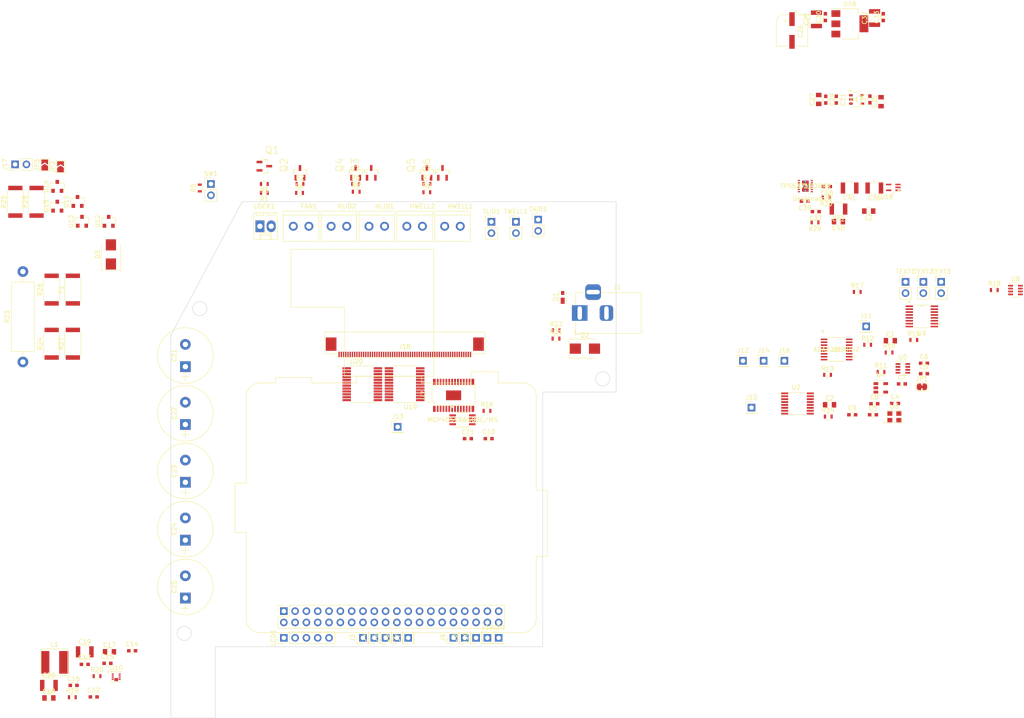
<source format=kicad_pcb>
(kicad_pcb (version 20171130) (host pcbnew "(5.1.6-0-10_14)")
  (layers (0 F.Cu signal) (31 B.Cu signal) (34 B.Paste user) (35 F.Paste user) (36 B.SilkS user) (37 F.SilkS user) (38 B.Mask user) (39 F.Mask user) (44 Edge.Cuts user))
  (net 0 "")
  (net 1 "Net-(C1-Pad1)")
  (net 2 GND)
  (net 3 "Net-(C2-Pad1)")
  (net 4 GNDA)
  (net 5 3V3D)
  (net 6 3V3A)
  (net 7 PD_MUX_OUT)
  (net 8 /Photo/GAIN_LARGE)
  (net 9 /Photo/GAIN_SMALL)
  (net 10 /Photo/AMP_OUT)
  (net 11 -1V)
  (net 12 5V_UPS)
  (net 13 /5V_UPS/SS)
  (net 14 12V_UPS)
  (net 15 "Net-(C22-Pad2)")
  (net 16 /5V_UPS/FB)
  (net 17 12V)
  (net 18 "Net-(D2-Pad1)")
  (net 19 "Net-(FAN1-Pad2)")
  (net 20 "Net-(HLID1-Pad2)")
  (net 21 "Net-(HLID2-Pad2)")
  (net 22 "Net-(HWELL1-Pad2)")
  (net 23 "Net-(HWELL2-Pad2)")
  (net 24 PD_TH2)
  (net 25 THERM_R_SWITCH)
  (net 26 MUX_SELECT)
  (net 27 /GPIO13)
  (net 28 /FAN)
  (net 29 MUX_S3)
  (net 30 /GPIO26)
  (net 31 /GPIO22)
  (net 32 /GPIO5)
  (net 33 DLOCK)
  (net 34 DOPEN)
  (net 35 /WELL_HEATER)
  (net 36 /GPIO28)
  (net 37 PD_TH1)
  (net 38 /GPIO12)
  (net 39 MUX_S2)
  (net 40 /LID_HEATER)
  (net 41 MUX_S1)
  (net 42 VIN_SENSE)
  (net 43 /GPIO14)
  (net 44 I2C_SCL)
  (net 45 MUX_S0)
  (net 46 /GPIO3)
  (net 47 I2C_SDA)
  (net 48 /Photo/PHOTO_OUT_P)
  (net 49 /Photo/PHOTO_OUT_N)
  (net 50 THERM_MUX_OUT)
  (net 51 N_LED_OUT8)
  (net 52 N_LED_OUT7)
  (net 53 N_LED_OUT6)
  (net 54 N_LED_OUT5)
  (net 55 N_LED_OUT4)
  (net 56 N_LED_OUT3)
  (net 57 N_LED_OUT2)
  (net 58 N_LED_OUT1)
  (net 59 S_LED_OUT1)
  (net 60 S_LED_OUT2)
  (net 61 S_LED_OUT3)
  (net 62 S_LED_OUT4)
  (net 63 S_LED_OUT5)
  (net 64 S_LED_OUT6)
  (net 65 S_LED_OUT7)
  (net 66 S_LED_OUT8)
  (net 67 "Net-(LOCK1-Pad1)")
  (net 68 "Net-(Q1-Pad1)")
  (net 69 "Net-(Q2-Pad1)")
  (net 70 "Net-(Q3-Pad1)")
  (net 71 "Net-(Q5-Pad1)")
  (net 72 "Net-(R11-Pad1)")
  (net 73 "Net-(R14-Pad1)")
  (net 74 /Photo/AMP_GAIN_SW)
  (net 75 "Net-(R16-Pad1)")
  (net 76 THERM_AIR)
  (net 77 THERM_EXT1)
  (net 78 THERM_EXT2)
  (net 79 THERM_EXT3)
  (net 80 THERM_LID)
  (net 81 THERM_WELL)
  (net 82 CLKIN)
  (net 83 /PhotoLED/LED_IREF)
  (net 84 "Net-(C13-Pad2)")
  (net 85 "Net-(C15-Pad2)")
  (net 86 "Net-(C15-Pad1)")
  (net 87 "Net-(C21-Pad1)")
  (net 88 "Net-(C21-Pad2)")
  (net 89 "Net-(C23-Pad2)")
  (net 90 "Net-(C24-Pad2)")
  (net 91 "Net-(C34-Pad1)")
  (net 92 "Net-(C37-Pad1)")
  (net 93 "Net-(C39-Pad1)")
  (net 94 "Net-(C40-Pad1)")
  (net 95 "Net-(C40-Pad2)")
  (net 96 GNDL)
  (net 97 /PhotoMUX/S_PD_OUT16)
  (net 98 /PhotoMUX/S_PD_OUT15)
  (net 99 /PhotoMUX/S_PD_OUT14)
  (net 100 /PhotoMUX/S_PD_OUT13)
  (net 101 /PhotoMUX/S_PD_OUT12)
  (net 102 /PhotoMUX/S_PD_OUT11)
  (net 103 /PhotoMUX/S_PD_OUT10)
  (net 104 /PhotoMUX/S_PD_OUT9)
  (net 105 /PhotoMUX/S_PD_OUT8)
  (net 106 /PhotoMUX/S_PD_OUT7)
  (net 107 /PhotoMUX/S_PD_OUT6)
  (net 108 /PhotoMUX/S_PD_OUT5)
  (net 109 /PhotoMUX/S_PD_OUT4)
  (net 110 /PhotoMUX/S_PD_OUT3)
  (net 111 /PhotoMUX/S_PD_OUT2)
  (net 112 /PhotoMUX/S_PD_OUT1)
  (net 113 /PhotoMUX/N_PD_OUT1)
  (net 114 /PhotoMUX/N_PD_OUT2)
  (net 115 /PhotoMUX/N_PD_OUT3)
  (net 116 /PhotoMUX/N_PD_OUT4)
  (net 117 /PhotoMUX/N_PD_OUT5)
  (net 118 /PhotoMUX/N_PD_OUT6)
  (net 119 /PhotoMUX/N_PD_OUT7)
  (net 120 /PhotoMUX/N_PD_OUT8)
  (net 121 /PhotoMUX/N_PD_OUT9)
  (net 122 /PhotoMUX/N_PD_OUT10)
  (net 123 /PhotoMUX/N_PD_OUT11)
  (net 124 /PhotoMUX/N_PD_OUT12)
  (net 125 /PhotoMUX/N_PD_OUT13)
  (net 126 /PhotoMUX/N_PD_OUT14)
  (net 127 /PhotoMUX/N_PD_OUT15)
  (net 128 /PhotoMUX/N_PD_OUT16)
  (net 129 "Net-(R17-Pad2)")
  (net 130 "Net-(R18-Pad2)")
  (net 131 "Net-(R29-Pad1)")
  (net 132 "Net-(R29-Pad2)")
  (net 133 /PhotoMUX/MUX_SELECT_INV)
  (net 134 /GPIO29)
  (net 135 /GPIO25)
  (module Ninja-qPCR:PCA9955B (layer F.Cu) (at 177 78.5)
    (fp_text reference U7 (at -6.75 0 90) (layer F.SilkS))
    (fp_text value PCA9955B hide)
    (pad 29 smd rect (at 0 0) (size 3.4 2.2) (layers F.Cu) (net 2 GND))
    (pad 14 smd rect (at 4.325 3.05) (size 0.6 1.35) (layers F.Cu F.Paste F.Mask) (net 51 N_LED_OUT8))
    (pad 15 smd rect (at 4.325 -3.05) (size 0.6 1.35) (layers F.Cu F.Paste F.Mask) (net 59 S_LED_OUT1))
    (pad 13 smd rect (at 3.575 3.05) (size 0.4 1.35) (layers F.Cu F.Paste F.Mask) (net 52 N_LED_OUT7))
    (pad 16 smd rect (at 3.575 -3.05) (size 0.4 1.35) (layers F.Cu F.Paste F.Mask) (net 60 S_LED_OUT2))
    (pad 12 smd rect (at 2.925 3.05) (size 0.4 1.35) (layers F.Cu F.Paste F.Mask) (net 53 N_LED_OUT6))
    (pad 17 smd rect (at 2.925 -3.05) (size 0.4 1.35) (layers F.Cu F.Paste F.Mask) (net 61 S_LED_OUT3))
    (pad 11 smd rect (at 2.275 3.05) (size 0.4 1.35) (layers F.Cu F.Paste F.Mask) (net 54 N_LED_OUT5))
    (pad 18 smd rect (at 2.275 -3.05) (size 0.4 1.35) (layers F.Cu F.Paste F.Mask) (net 62 S_LED_OUT4))
    (pad 10 smd rect (at 1.625 3.05) (size 0.4 1.35) (layers F.Cu F.Paste F.Mask) (net 2 GND))
    (pad 19 smd rect (at 1.625 -3.05) (size 0.4 1.35) (layers F.Cu F.Paste F.Mask) (net 2 GND))
    (pad 9 smd rect (at 0.975 3.05) (size 0.4 1.35) (layers F.Cu F.Paste F.Mask) (net 55 N_LED_OUT4))
    (pad 20 smd rect (at 0.975 -3.05) (size 0.4 1.35) (layers F.Cu F.Paste F.Mask) (net 63 S_LED_OUT5))
    (pad 8 smd rect (at 0.325 3.05) (size 0.4 1.35) (layers F.Cu F.Paste F.Mask) (net 56 N_LED_OUT3))
    (pad 21 smd rect (at 0.325 -3.05) (size 0.4 1.35) (layers F.Cu F.Paste F.Mask) (net 64 S_LED_OUT6))
    (pad 7 smd rect (at -0.325 3.05) (size 0.4 1.35) (layers F.Cu F.Paste F.Mask) (net 57 N_LED_OUT2))
    (pad 22 smd rect (at -0.325 -3.05) (size 0.4 1.35) (layers F.Cu F.Paste F.Mask) (net 65 S_LED_OUT7))
    (pad 6 smd rect (at -0.975 3.05) (size 0.4 1.35) (layers F.Cu F.Paste F.Mask) (net 58 N_LED_OUT1))
    (pad 23 smd rect (at -0.975 -3.05) (size 0.4 1.35) (layers F.Cu F.Paste F.Mask) (net 66 S_LED_OUT8))
    (pad 5 smd rect (at -1.625 3.05) (size 0.4 1.35) (layers F.Cu F.Paste F.Mask))
    (pad 24 smd rect (at -1.625 -3.05) (size 0.4 1.35) (layers F.Cu F.Paste F.Mask) (net 2 GND))
    (pad 4 smd rect (at -2.275 3.05) (size 0.4 1.35) (layers F.Cu F.Paste F.Mask) (net 2 GND))
    (pad 25 smd rect (at -2.275 -3.05) (size 0.4 1.35) (layers F.Cu F.Paste F.Mask) (net 75 "Net-(R16-Pad1)"))
    (pad 3 smd rect (at -2.925 3.05) (size 0.4 1.35) (layers F.Cu F.Paste F.Mask) (net 2 GND))
    (pad 26 smd rect (at -2.925 -3.05) (size 0.4 1.35) (layers F.Cu F.Paste F.Mask) (net 44 I2C_SCL))
    (pad 2 smd rect (at -3.575 3.05) (size 0.4 1.35) (layers F.Cu F.Paste F.Mask) (net 5 3V3D))
    (pad 27 smd rect (at -3.575 -3.05) (size 0.4 1.35) (layers F.Cu F.Paste F.Mask) (net 47 I2C_SDA))
    (pad 1 smd rect (at -4.325 3.05) (size 0.6 1.35) (layers F.Cu F.Paste F.Mask) (net 83 /PhotoLED/LED_IREF))
    (pad 28 smd rect (at -4.325 -3.05) (size 0.6 1.35) (layers F.Cu F.Paste F.Mask) (net 5 3V3D))
  )
  (module Ninja-qPCR:MCP4551T-502E&slash_MS (layer F.Cu) (at 179 84)
    (fp_text reference U6 (at 0 0) (layer F.SilkS))
    (fp_text value MCP4551T-503E/MS (at 0 0) (layer F.SilkS))
    (fp_text user * (at -2.2976 -2.5752) (layer F.SilkS))
    (pad 1 smd rect (at -2.2 -1) (size 1.45 0.45) (layers F.Cu F.Paste F.Mask) (net 5 3V3D))
    (pad 2 smd rect (at -2.2 -0.325) (size 1.45 0.4) (layers F.Cu F.Paste F.Mask) (net 44 I2C_SCL))
    (pad 3 smd rect (at -2.2 0.325) (size 1.45 0.4) (layers F.Cu F.Paste F.Mask) (net 47 I2C_SDA))
    (pad 4 smd rect (at -2.2 1) (size 1.45 0.45) (layers F.Cu F.Paste F.Mask) (net 2 GND))
    (pad 5 smd rect (at 2.2 1) (size 1.45 0.45) (layers F.Cu F.Paste F.Mask) (net 5 3V3D))
    (pad 6 smd rect (at 2.2 0.325) (size 1.45 0.4) (layers F.Cu F.Paste F.Mask) (net 83 /PhotoLED/LED_IREF))
    (pad 7 smd rect (at 2.2 -0.325) (size 1.45 0.4) (layers F.Cu F.Paste F.Mask) (net 2 GND))
    (pad 8 smd rect (at 2.2 -1) (size 1.45 0.45) (layers F.Cu F.Paste F.Mask) (net 5 3V3D))
  )
  (module Ninja-qPCR:TB_SeeedOPL_320110028 (layer F.Cu) (at 144.5 40.5 180)
    (fp_text reference FAN1 (at 0 4.5) (layer F.SilkS))
    (fp_text value Screw_Terminal_01x02)
    (pad 2 thru_hole circle (at 3.5 0 180) (size 2 2) (drill 1.2) (layers *.Cu *.Mask) (net 19 "Net-(FAN1-Pad2)"))
    (pad 1 thru_hole circle (at 0 0 180) (size 2 2) (drill 1.2) (layers *.Cu *.Mask) (net 17 12V))
  )
  (module Ninja-qPCR:TB_SeeedOPL_320110028 (layer F.Cu) (at 161.5 40.5 180)
    (fp_text reference HLID1 (at 0 4.5) (layer F.SilkS))
    (fp_text value Screw_Terminal_01x02)
    (pad 1 thru_hole circle (at 0 0 180) (size 2 2) (drill 1.2) (layers *.Cu *.Mask) (net 17 12V))
    (pad 2 thru_hole circle (at 3.5 0 180) (size 2 2) (drill 1.2) (layers *.Cu *.Mask) (net 20 "Net-(HLID1-Pad2)"))
  )
  (module Ninja-qPCR:TB_SeeedOPL_320110028 (layer F.Cu) (at 153 40.5 180)
    (fp_text reference HLID2 (at 0 4.5) (layer F.SilkS))
    (fp_text value Screw_Terminal_01x02)
    (pad 1 thru_hole circle (at 0 0 180) (size 2 2) (drill 1.2) (layers *.Cu *.Mask) (net 17 12V))
    (pad 2 thru_hole circle (at 3.5 0 180) (size 2 2) (drill 1.2) (layers *.Cu *.Mask) (net 21 "Net-(HLID2-Pad2)"))
  )
  (module Ninja-qPCR:TB_SeeedOPL_320110028 (layer F.Cu) (at 178.5 40.5 180)
    (fp_text reference HWELL1 (at 0 4.5) (layer F.SilkS))
    (fp_text value Screw_Terminal_01x02)
    (pad 2 thru_hole circle (at 3.5 0 180) (size 2 2) (drill 1.2) (layers *.Cu *.Mask) (net 22 "Net-(HWELL1-Pad2)"))
    (pad 1 thru_hole circle (at 0 0 180) (size 2 2) (drill 1.2) (layers *.Cu *.Mask) (net 17 12V))
  )
  (module Ninja-qPCR:TB_SeeedOPL_320110028 (layer F.Cu) (at 170 40.5 180)
    (fp_text reference HWELL2 (at 0 4.5) (layer F.SilkS))
    (fp_text value Screw_Terminal_01x02)
    (pad 1 thru_hole circle (at 0 0 180) (size 2 2) (drill 1.2) (layers *.Cu *.Mask) (net 17 12V))
    (pad 2 thru_hole circle (at 3.5 0 180) (size 2 2) (drill 1.2) (layers *.Cu *.Mask) (net 23 "Net-(HWELL2-Pad2)"))
  )
  (module Connector_BarrelJack:BarrelJack_Horizontal (layer F.Cu) (at 205.329 60 180)
    (fp_text reference J1 (at -8.45 5.75) (layer F.SilkS))
    (fp_text value Barrel_Jack_Switch)
    (pad 1 thru_hole rect (at 0 0 180) (size 3.5 3.5) (drill oval 1 3) (layers *.Cu *.Mask) (net 17 12V))
    (pad 2 thru_hole roundrect (at -6 0 180) (size 3 3.5) (drill oval 1 3) (layers *.Cu *.Mask) (net 2 GND))
    (pad 3 thru_hole roundrect (at -3 4.7 180) (size 3.5 3.5) (drill oval 3 1) (layers *.Cu *.Mask) (net 2 GND))
  )
  (module Pin_Headers:Pin_Header_Straight_1x01_Pitch2.54mm (layer F.Cu) (at 156.65 133 90)
    (fp_text reference J3 (at 0 -2.33 90) (layer F.SilkS))
    (fp_text value Conn_01x01_Male)
    (pad 1 thru_hole rect (at 0 0 90) (size 1.7 1.7) (drill 1) (layers *.Cu *.Mask) (net 46 /GPIO3))
  )
  (module Pin_Headers:Pin_Header_Straight_1x01_Pitch2.54mm (layer F.Cu) (at 159.19 133 90)
    (fp_text reference J4 (at 0 -2.33 90) (layer F.SilkS))
    (fp_text value Conn_01x01_Male)
    (pad 1 thru_hole rect (at 0 0 90) (size 1.7 1.7) (drill 1) (layers *.Cu *.Mask) (net 32 /GPIO5))
  )
  (module Pin_Headers:Pin_Header_Straight_1x01_Pitch2.54mm (layer F.Cu) (at 161.73 133 90)
    (fp_text reference J5 (at 0 -2.33 90) (layer F.SilkS))
    (fp_text value Conn_01x01_Male)
    (pad 1 thru_hole rect (at 0 0 90) (size 1.7 1.7) (drill 1) (layers *.Cu *.Mask) (net 38 /GPIO12))
  )
  (module Pin_Headers:Pin_Header_Straight_1x01_Pitch2.54mm (layer F.Cu) (at 164.27 133 90)
    (fp_text reference J6 (at 0 -2.33 90) (layer F.SilkS))
    (fp_text value Conn_01x01_Male)
    (pad 1 thru_hole rect (at 0 0 90) (size 1.7 1.7) (drill 1) (layers *.Cu *.Mask) (net 27 /GPIO13))
  )
  (module Pin_Headers:Pin_Header_Straight_1x01_Pitch2.54mm (layer F.Cu) (at 166.81 133 90)
    (fp_text reference J7 (at 0 -2.33 90) (layer F.SilkS))
    (fp_text value Conn_01x01_Male)
    (pad 1 thru_hole rect (at 0 0 90) (size 1.7 1.7) (drill 1) (layers *.Cu *.Mask) (net 43 /GPIO14))
  )
  (module Pin_Headers:Pin_Header_Straight_1x01_Pitch2.54mm (layer F.Cu) (at 179.51 133 90)
    (fp_text reference J8 (at 0 -2.33 90) (layer F.SilkS))
    (fp_text value Conn_01x01_Male)
    (pad 1 thru_hole rect (at 0 0 90) (size 1.7 1.7) (drill 1) (layers *.Cu *.Mask) (net 31 /GPIO22))
  )
  (module Pin_Headers:Pin_Header_Straight_1x01_Pitch2.54mm (layer F.Cu) (at 176.97 133 90)
    (fp_text reference J9 (at 0 -2.33 90) (layer F.SilkS))
    (fp_text value Conn_01x01_Male)
    (pad 1 thru_hole rect (at 0 0 90) (size 1.7 1.7) (drill 1) (layers *.Cu *.Mask) (net 30 /GPIO26))
  )
  (module Pin_Headers:Pin_Header_Straight_1x01_Pitch2.54mm (layer F.Cu) (at 182.05 133 90)
    (fp_text reference J10 (at 0 -2.33 90) (layer F.SilkS))
    (fp_text value Conn_01x01_Male)
    (pad 1 thru_hole rect (at 0 0 90) (size 1.7 1.7) (drill 1) (layers *.Cu *.Mask) (net 36 /GPIO28))
  )
  (module Pin_Headers:Pin_Header_Straight_1x02_Pitch2.54mm (layer F.Cu) (at 78.525001 26.594999 90)
    (fp_text reference J17 (at 0 -2.33 90) (layer F.SilkS))
    (fp_text value Conn_01x02_Male)
    (pad 1 thru_hole rect (at 0 0 90) (size 1.7 1.7) (drill 1) (layers *.Cu *.Mask) (net 14 12V_UPS))
    (pad 2 thru_hole oval (at 0 2.54 90) (size 1.7 1.7) (drill 1) (layers *.Cu *.Mask) (net 2 GND))
  )
  (module Jumper:SolderJumper-2_P1.3mm_Bridged_RoundedPad1.0x1.5mm (layer F.Cu) (at 282.185001 76.585001)
    (fp_text reference JP1 (at 0 -1.8) (layer F.SilkS))
    (fp_text value SolderJumper_2_Bridged)
    (fp_poly (pts (xy 0.25 -0.3) (xy -0.25 -0.3) (xy -0.25 0.3) (xy 0.25 0.3)) (layer F.Cu) (width 0))
    (pad 2 smd custom (at 0.65 0) (size 1 0.5) (layers F.Cu F.Mask) (net 4 GNDA) (options (clearance outline) (anchor rect)) (primitives (gr_circle (center 0 0.25) (end 0.5 0.25) (width 0)) (gr_circle (center 0 -0.25) (end 0.5 -0.25) (width 0)) (gr_poly (pts (xy 0 -0.75) (xy -0.5 -0.75) (xy -0.5 0.75) (xy 0 0.75)) (width 0))))
    (pad 1 smd custom (at -0.65 0) (size 1 0.5) (layers F.Cu F.Mask) (net 2 GND) (options (clearance outline) (anchor rect)) (primitives (gr_circle (center 0 0.25) (end 0.5 0.25) (width 0)) (gr_circle (center 0 -0.25) (end 0.5 -0.25) (width 0)) (gr_poly (pts (xy 0 -0.75) (xy 0.5 -0.75) (xy 0.5 0.75) (xy 0 0.75)) (width 0))))
  )
  (module Jumper:SolderJumper-2_P1.3mm_Open_TrianglePad1.0x1.5mm (layer F.Cu) (at 88.725001 27.134999 90)
    (fp_text reference JP2 (at 0 -1.8 90) (layer F.SilkS))
    (fp_text value Jumper)
    (pad 2 smd custom (at 0.725 0 90) (size 0.3 0.3) (layers F.Cu F.Mask) (net 14 12V_UPS) (options (clearance outline) (anchor rect)) (primitives (gr_poly (pts (xy -0.65 -0.75) (xy 0.5 -0.75) (xy 0.5 0.75) (xy -0.65 0.75) (xy -0.15 0)) (width 0))))
    (pad 1 smd custom (at -0.725 0 90) (size 0.3 0.3) (layers F.Cu F.Mask) (net 18 "Net-(D2-Pad1)") (options (clearance outline) (anchor rect)) (primitives (gr_poly (pts (xy -0.5 -0.75) (xy 0.5 -0.75) (xy 1 0) (xy 0.5 0.75) (xy -0.5 0.75)) (width 0))))
  )
  (module Jumper:SolderJumper-2_P1.3mm_Open_TrianglePad1.0x1.5mm (layer F.Cu) (at 85.175001 26.744999 90)
    (fp_text reference JP3 (at 0 -1.8 90) (layer F.SilkS))
    (fp_text value Jumper)
    (pad 1 smd custom (at -0.725 0 90) (size 0.3 0.3) (layers F.Cu F.Mask) (net 17 12V) (options (clearance outline) (anchor rect)) (primitives (gr_poly (pts (xy -0.5 -0.75) (xy 0.5 -0.75) (xy 1 0) (xy 0.5 0.75) (xy -0.5 0.75)) (width 0))))
    (pad 2 smd custom (at 0.725 0 90) (size 0.3 0.3) (layers F.Cu F.Mask) (net 14 12V_UPS) (options (clearance outline) (anchor rect)) (primitives (gr_poly (pts (xy -0.65 -0.75) (xy 0.5 -0.75) (xy 0.5 0.75) (xy -0.65 0.75) (xy -0.15 0)) (width 0))))
  )
  (module Connectors_Molex:Molex_KK-6410-02_02x2.54mm_Straight (layer F.Cu) (at 133.5 40.5)
    (fp_text reference LOCK1 (at 1 -4.5) (layer F.SilkS))
    (fp_text value Conn_01x02_Male)
    (pad 2 thru_hole oval (at 2.54 0) (size 2 2.6) (drill 1.2) (layers *.Cu *.Mask) (net 17 12V))
    (pad 1 thru_hole rect (at 0 0) (size 2 2.6) (drill 1.2) (layers *.Cu *.Mask) (net 67 "Net-(LOCK1-Pad1)"))
  )
  (module Ninja-qPCR:SOT95P240X112-3N (layer F.Cu) (at 134.5 27)
    (fp_text reference Q1 (at 1.753325 -3.582855) (layer F.SilkS) (effects (font (size 1.640669 1.640669))))
    (fp_text value Q_NMOS_GSD)
    (pad 3 smd rect (at 1.0922 0) (size 1.3208 0.5588) (layers F.Cu F.Paste F.Mask) (net 67 "Net-(LOCK1-Pad1)"))
    (pad 2 smd rect (at -1.0922 0.9398) (size 1.3208 0.5588) (layers F.Cu F.Paste F.Mask) (net 2 GND))
    (pad 1 smd rect (at -1.0922 -0.9398) (size 1.3208 0.5588) (layers F.Cu F.Paste F.Mask) (net 68 "Net-(Q1-Pad1)"))
  )
  (module Ninja-qPCR:SOT95P240X112-3N (layer F.Cu) (at 142.5 28.5 90)
    (fp_text reference Q2 (at 1.753325 -3.582855 90) (layer F.SilkS) (effects (font (size 1.640669 1.640669))))
    (fp_text value Q_NMOS_GSD)
    (pad 3 smd rect (at 1.0922 0 90) (size 1.3208 0.5588) (layers F.Cu F.Paste F.Mask) (net 19 "Net-(FAN1-Pad2)"))
    (pad 2 smd rect (at -1.0922 0.9398 90) (size 1.3208 0.5588) (layers F.Cu F.Paste F.Mask) (net 2 GND))
    (pad 1 smd rect (at -1.0922 -0.9398 90) (size 1.3208 0.5588) (layers F.Cu F.Paste F.Mask) (net 69 "Net-(Q2-Pad1)"))
  )
  (module Ninja-qPCR:SOT95P240X112-3N (layer F.Cu) (at 158.5 28.5 90)
    (fp_text reference Q3 (at 1.753325 -3.582855 90) (layer F.SilkS) (effects (font (size 1.640669 1.640669))))
    (fp_text value Q_NMOS_GSD)
    (pad 1 smd rect (at -1.0922 -0.9398 90) (size 1.3208 0.5588) (layers F.Cu F.Paste F.Mask) (net 70 "Net-(Q3-Pad1)"))
    (pad 2 smd rect (at -1.0922 0.9398 90) (size 1.3208 0.5588) (layers F.Cu F.Paste F.Mask) (net 2 GND))
    (pad 3 smd rect (at 1.0922 0 90) (size 1.3208 0.5588) (layers F.Cu F.Paste F.Mask) (net 20 "Net-(HLID1-Pad2)"))
  )
  (module Ninja-qPCR:SOT95P240X112-3N (layer F.Cu) (at 155 28.5 90)
    (fp_text reference Q4 (at 1.753325 -3.582855 90) (layer F.SilkS) (effects (font (size 1.640669 1.640669))))
    (fp_text value Q_NMOS_GSD)
    (pad 3 smd rect (at 1.0922 0 90) (size 1.3208 0.5588) (layers F.Cu F.Paste F.Mask) (net 21 "Net-(HLID2-Pad2)"))
    (pad 2 smd rect (at -1.0922 0.9398 90) (size 1.3208 0.5588) (layers F.Cu F.Paste F.Mask) (net 2 GND))
    (pad 1 smd rect (at -1.0922 -0.9398 90) (size 1.3208 0.5588) (layers F.Cu F.Paste F.Mask) (net 70 "Net-(Q3-Pad1)"))
  )
  (module Ninja-qPCR:SOT95P240X112-3N (layer F.Cu) (at 171 28.5 90)
    (fp_text reference Q5 (at 1.753325 -3.582855 90) (layer F.SilkS) (effects (font (size 1.640669 1.640669))))
    (fp_text value Q_NMOS_GSD)
    (pad 1 smd rect (at -1.0922 -0.9398 90) (size 1.3208 0.5588) (layers F.Cu F.Paste F.Mask) (net 71 "Net-(Q5-Pad1)"))
    (pad 2 smd rect (at -1.0922 0.9398 90) (size 1.3208 0.5588) (layers F.Cu F.Paste F.Mask) (net 2 GND))
    (pad 3 smd rect (at 1.0922 0 90) (size 1.3208 0.5588) (layers F.Cu F.Paste F.Mask) (net 22 "Net-(HWELL1-Pad2)"))
  )
  (module Ninja-qPCR:SOT95P240X112-3N (layer F.Cu) (at 174.5 28.5 90)
    (fp_text reference Q6 (at 1.753325 -3.582855 90) (layer F.SilkS) (effects (font (size 1.640669 1.640669))))
    (fp_text value Q_NMOS_GSD)
    (pad 1 smd rect (at -1.0922 -0.9398 90) (size 1.3208 0.5588) (layers F.Cu F.Paste F.Mask) (net 71 "Net-(Q5-Pad1)"))
    (pad 2 smd rect (at -1.0922 0.9398 90) (size 1.3208 0.5588) (layers F.Cu F.Paste F.Mask) (net 2 GND))
    (pad 3 smd rect (at 1.0922 0 90) (size 1.3208 0.5588) (layers F.Cu F.Paste F.Mask) (net 23 "Net-(HWELL2-Pad2)"))
  )
  (module Pin_Headers:Pin_Header_Straight_1x02_Pitch2.54mm (layer F.Cu) (at 122.5 31)
    (fp_text reference SW1 (at 0 -2.33) (layer F.SilkS))
    (fp_text value SW_Reed)
    (pad 2 thru_hole oval (at 0 2.54) (size 1.7 1.7) (drill 1) (layers *.Cu *.Mask) (net 2 GND))
    (pad 1 thru_hole rect (at 0 0) (size 1.7 1.7) (drill 1) (layers *.Cu *.Mask) (net 34 DOPEN))
  )
  (module Pin_Headers:Pin_Header_Straight_1x02_Pitch2.54mm (layer F.Cu) (at 196 39)
    (fp_text reference TAIR1 (at 0 -2.33) (layer F.SilkS))
    (fp_text value Conn_01x02_Male)
    (pad 1 thru_hole rect (at 0 0) (size 1.7 1.7) (drill 1) (layers *.Cu *.Mask) (net 76 THERM_AIR))
    (pad 2 thru_hole oval (at 0 2.54) (size 1.7 1.7) (drill 1) (layers *.Cu *.Mask) (net 4 GNDA))
  )
  (module Pin_Headers:Pin_Header_Straight_1x02_Pitch2.54mm (layer F.Cu) (at 278.5 53)
    (fp_text reference TEXT1 (at 0 -2.33) (layer F.SilkS))
    (fp_text value Conn_01x02_Male)
    (pad 1 thru_hole rect (at 0 0) (size 1.7 1.7) (drill 1) (layers *.Cu *.Mask) (net 77 THERM_EXT1))
    (pad 2 thru_hole oval (at 0 2.54) (size 1.7 1.7) (drill 1) (layers *.Cu *.Mask) (net 4 GNDA))
  )
  (module Pin_Headers:Pin_Header_Straight_1x02_Pitch2.54mm (layer F.Cu) (at 282.5 53)
    (fp_text reference TEXT2 (at 0 -2.33) (layer F.SilkS))
    (fp_text value Conn_01x02_Male)
    (pad 2 thru_hole oval (at 0 2.54) (size 1.7 1.7) (drill 1) (layers *.Cu *.Mask) (net 4 GNDA))
    (pad 1 thru_hole rect (at 0 0) (size 1.7 1.7) (drill 1) (layers *.Cu *.Mask) (net 78 THERM_EXT2))
  )
  (module Pin_Headers:Pin_Header_Straight_1x02_Pitch2.54mm (layer F.Cu) (at 286.5 53)
    (fp_text reference TEXT3 (at 0 -2.33) (layer F.SilkS))
    (fp_text value Conn_01x02_Male)
    (pad 2 thru_hole oval (at 0 2.54) (size 1.7 1.7) (drill 1) (layers *.Cu *.Mask) (net 4 GNDA))
    (pad 1 thru_hole rect (at 0 0) (size 1.7 1.7) (drill 1) (layers *.Cu *.Mask) (net 79 THERM_EXT3))
  )
  (module Pin_Headers:Pin_Header_Straight_1x02_Pitch2.54mm (layer F.Cu) (at 185.5 39.5)
    (fp_text reference TLID1 (at 0 -2.33) (layer F.SilkS))
    (fp_text value Conn_01x02_Male)
    (pad 1 thru_hole rect (at 0 0) (size 1.7 1.7) (drill 1) (layers *.Cu *.Mask) (net 80 THERM_LID))
    (pad 2 thru_hole oval (at 0 2.54) (size 1.7 1.7) (drill 1) (layers *.Cu *.Mask) (net 4 GNDA))
  )
  (module Pin_Headers:Pin_Header_Straight_1x02_Pitch2.54mm (layer F.Cu) (at 191 39.5)
    (fp_text reference TWELL1 (at 0 -2.33) (layer F.SilkS))
    (fp_text value Conn_01x02_Male)
    (pad 1 thru_hole rect (at 0 0) (size 1.7 1.7) (drill 1) (layers *.Cu *.Mask) (net 81 THERM_WELL))
    (pad 2 thru_hole oval (at 0 2.54) (size 1.7 1.7) (drill 1) (layers *.Cu *.Mask) (net 4 GNDA))
  )
  (module Ninja-qPCR:ADA2200ARUZ (layer F.Cu) (at 263.026201 68.192901)
    (fp_text reference U1 (at 0 0) (layer F.SilkS))
    (fp_text value ADA2200ARUZ (at 0 0) (layer F.SilkS))
    (fp_text user * (at -3.0734 -3.773601) (layer F.SilkS))
    (fp_text user * (at -3.0734 -3.773601) (layer F.SilkS))
    (pad 16 smd rect (at 2.8194 -2.274999) (size 1.4732 0.3556) (layers F.Cu F.Paste F.Mask))
    (pad 15 smd rect (at 2.8194 -1.624998) (size 1.4732 0.3556) (layers F.Cu F.Paste F.Mask))
    (pad 14 smd rect (at 2.8194 -0.974999) (size 1.4732 0.3556) (layers F.Cu F.Paste F.Mask))
    (pad 13 smd rect (at 2.8194 -0.324998) (size 1.4732 0.3556) (layers F.Cu F.Paste F.Mask))
    (pad 12 smd rect (at 2.8194 0.325001) (size 1.4732 0.3556) (layers F.Cu F.Paste F.Mask) (net 5 3V3D))
    (pad 11 smd rect (at 2.8194 0.974999) (size 1.4732 0.3556) (layers F.Cu F.Paste F.Mask) (net 48 /Photo/PHOTO_OUT_P))
    (pad 10 smd rect (at 2.8194 1.625001) (size 1.4732 0.3556) (layers F.Cu F.Paste F.Mask) (net 49 /Photo/PHOTO_OUT_N))
    (pad 9 smd rect (at 2.8194 2.274999) (size 1.4732 0.3556) (layers F.Cu F.Paste F.Mask) (net 1 "Net-(C1-Pad1)"))
    (pad 8 smd rect (at -2.8194 2.274999) (size 1.4732 0.3556) (layers F.Cu F.Paste F.Mask) (net 3 "Net-(C2-Pad1)"))
    (pad 7 smd rect (at -2.8194 1.624998) (size 1.4732 0.3556) (layers F.Cu F.Paste F.Mask) (net 4 GNDA))
    (pad 6 smd rect (at -2.8194 0.974999) (size 1.4732 0.3556) (layers F.Cu F.Paste F.Mask) (net 10 /Photo/AMP_OUT))
    (pad 5 smd rect (at -2.8194 0.324998) (size 1.4732 0.3556) (layers F.Cu F.Paste F.Mask) (net 2 GND))
    (pad 4 smd rect (at -2.8194 -0.325001) (size 1.4732 0.3556) (layers F.Cu F.Paste F.Mask) (net 72 "Net-(R11-Pad1)"))
    (pad 3 smd rect (at -2.8194 -0.974999) (size 1.4732 0.3556) (layers F.Cu F.Paste F.Mask))
    (pad 2 smd rect (at -2.8194 -1.625001) (size 1.4732 0.3556) (layers F.Cu F.Paste F.Mask))
    (pad 1 smd rect (at -2.8194 -2.274999) (size 1.4732 0.3556) (layers F.Cu F.Paste F.Mask) (net 82 CLKIN))
  )
  (module Ninja-qPCR:ADS122C04IPWR (layer F.Cu) (at 254.230001 80.335001)
    (fp_text reference U2 (at -0.325 -3.635) (layer F.SilkS))
    (fp_text value ADS122C04IPWR)
    (pad 16 smd rect (at 2.87 -2.275) (size 1.57 0.41) (layers F.Cu F.Paste F.Mask) (net 44 I2C_SCL))
    (pad 15 smd rect (at 2.87 -1.625) (size 1.57 0.41) (layers F.Cu F.Paste F.Mask) (net 47 I2C_SDA))
    (pad 14 smd rect (at 2.87 -0.975) (size 1.57 0.41) (layers F.Cu F.Paste F.Mask))
    (pad 13 smd rect (at 2.87 -0.325) (size 1.57 0.41) (layers F.Cu F.Paste F.Mask) (net 5 3V3D))
    (pad 12 smd rect (at 2.87 0.325) (size 1.57 0.41) (layers F.Cu F.Paste F.Mask) (net 6 3V3A))
    (pad 11 smd rect (at 2.87 0.975) (size 1.57 0.41) (layers F.Cu F.Paste F.Mask) (net 4 GNDA))
    (pad 10 smd rect (at 2.87 1.625) (size 1.57 0.41) (layers F.Cu F.Paste F.Mask) (net 50 THERM_MUX_OUT))
    (pad 9 smd rect (at 2.87 2.275) (size 1.57 0.41) (layers F.Cu F.Paste F.Mask) (net 6 3V3A))
    (pad 8 smd rect (at -2.87 2.275) (size 1.57 0.41) (layers F.Cu F.Paste F.Mask) (net 4 GNDA))
    (pad 7 smd rect (at -2.87 1.625) (size 1.57 0.41) (layers F.Cu F.Paste F.Mask) (net 49 /Photo/PHOTO_OUT_N))
    (pad 6 smd rect (at -2.87 0.975) (size 1.57 0.41) (layers F.Cu F.Paste F.Mask) (net 48 /Photo/PHOTO_OUT_P))
    (pad 5 smd rect (at -2.87 0.325) (size 1.57 0.41) (layers F.Cu F.Paste F.Mask) (net 4 GNDA))
    (pad 4 smd rect (at -2.87 -0.325) (size 1.57 0.41) (layers F.Cu F.Paste F.Mask) (net 2 GND))
    (pad 3 smd rect (at -2.87 -0.975) (size 1.57 0.41) (layers F.Cu F.Paste F.Mask) (net 5 3V3D))
    (pad 2 smd rect (at -2.87 -1.625) (size 1.57 0.41) (layers F.Cu F.Paste F.Mask) (net 2 GND))
    (pad 1 smd rect (at -2.87 -2.275) (size 1.57 0.41) (layers F.Cu F.Paste F.Mask) (net 2 GND))
  )
  (module Ninja-qPCR:COM1305-0.032768-EXT-T-TR (layer F.Cu) (at 275.980001 83.34)
    (fp_text reference U3 (at 0 -2.4) (layer F.SilkS))
    (fp_text value COM1305-0.032768-EXT-T-TR)
    (fp_text user * (at -2.2 1.6) (layer F.SilkS))
    (pad 1 smd rect (at -1.05 0.8) (size 1.2 1.1) (layers F.Cu F.Paste F.Mask) (net 73 "Net-(R14-Pad1)"))
    (pad 2 smd rect (at 1.05 0.8) (size 1.2 1.1) (layers F.Cu F.Paste F.Mask) (net 2 GND))
    (pad 3 smd rect (at 1.05 -0.8) (size 1.2 1.1) (layers F.Cu F.Paste F.Mask) (net 82 CLKIN))
    (pad 4 smd rect (at -1.05 -0.8) (size 1.2 1.1) (layers F.Cu F.Paste F.Mask) (net 5 3V3D))
  )
  (module TO_SOT_Packages_SMD:SOT-23-5 (layer F.Cu) (at 272.935001 76.815001)
    (fp_text reference U4 (at 0 -2.9) (layer F.SilkS))
    (fp_text value LMP7717MF_NOPB)
    (pad 5 smd rect (at 1.1 -0.95) (size 1.06 0.65) (layers F.Cu F.Paste F.Mask) (net 5 3V3D))
    (pad 4 smd rect (at 1.1 0.95) (size 1.06 0.65) (layers F.Cu F.Paste F.Mask) (net 7 PD_MUX_OUT))
    (pad 3 smd rect (at -1.1 0.95) (size 1.06 0.65) (layers F.Cu F.Paste F.Mask) (net 4 GNDA))
    (pad 2 smd rect (at -1.1 0) (size 1.06 0.65) (layers F.Cu F.Paste F.Mask) (net 11 -1V))
    (pad 1 smd rect (at -1.1 -0.95) (size 1.06 0.65) (layers F.Cu F.Paste F.Mask) (net 10 /Photo/AMP_OUT))
  )
  (module TO_SOT_Packages_SMD:SOT-23-8 (layer F.Cu) (at 277.895001 72.435001)
    (fp_text reference U5 (at 0 -2.5) (layer F.SilkS))
    (fp_text value TS12A12511DCNR)
    (pad 1 smd rect (at -1.1 -0.98) (size 1.06 0.4) (layers F.Cu F.Paste F.Mask) (net 10 /Photo/AMP_OUT))
    (pad 2 smd rect (at -1.1 -0.33) (size 1.06 0.4) (layers F.Cu F.Paste F.Mask) (net 8 /Photo/GAIN_LARGE))
    (pad 3 smd rect (at -1.1 0.33) (size 1.06 0.4) (layers F.Cu F.Paste F.Mask) (net 11 -1V))
    (pad 4 smd rect (at -1.1 0.98) (size 1.06 0.4) (layers F.Cu F.Paste F.Mask) (net 5 3V3D))
    (pad 5 smd rect (at 1.1 0.98) (size 1.06 0.4) (layers F.Cu F.Paste F.Mask))
    (pad 6 smd rect (at 1.1 0.33) (size 1.06 0.4) (layers F.Cu F.Paste F.Mask) (net 74 /Photo/AMP_GAIN_SW))
    (pad 7 smd rect (at 1.1 -0.33) (size 1.06 0.4) (layers F.Cu F.Paste F.Mask) (net 11 -1V))
    (pad 8 smd rect (at 1.1 -0.98) (size 1.06 0.4) (layers F.Cu F.Paste F.Mask) (net 9 /Photo/GAIN_SMALL))
  )
  (module TO_SOT_Packages_SMD:SOT-23-8 (layer F.Cu) (at 303.185001 54.835001)
    (fp_text reference U8 (at 0 -2.5) (layer F.SilkS))
    (fp_text value TS12A12511DCNR)
    (pad 8 smd rect (at 1.1 -0.98) (size 1.06 0.4) (layers F.Cu F.Paste F.Mask) (net 129 "Net-(R17-Pad2)"))
    (pad 7 smd rect (at 1.1 -0.33) (size 1.06 0.4) (layers F.Cu F.Paste F.Mask) (net 2 GND))
    (pad 6 smd rect (at 1.1 0.33) (size 1.06 0.4) (layers F.Cu F.Paste F.Mask) (net 25 THERM_R_SWITCH))
    (pad 5 smd rect (at 1.1 0.98) (size 1.06 0.4) (layers F.Cu F.Paste F.Mask))
    (pad 4 smd rect (at -1.1 0.98) (size 1.06 0.4) (layers F.Cu F.Paste F.Mask) (net 5 3V3D))
    (pad 3 smd rect (at -1.1 0.33) (size 1.06 0.4) (layers F.Cu F.Paste F.Mask) (net 2 GND))
    (pad 2 smd rect (at -1.1 -0.33) (size 1.06 0.4) (layers F.Cu F.Paste F.Mask) (net 130 "Net-(R18-Pad2)"))
    (pad 1 smd rect (at -1.1 -0.98) (size 1.06 0.4) (layers F.Cu F.Paste F.Mask) (net 50 THERM_MUX_OUT))
  )
  (module Ninja-qPCR:SN74LV4051APWR (layer F.Cu) (at 282.16 60.76)
    (fp_text reference U9 (at 0 3.81) (layer F.SilkS))
    (fp_text value SN74LV4051APWR hide)
    (fp_text user * (at -2.8984 -2.998601) (layer F.SilkS))
    (fp_text user * (at -2.8984 -2.998601) (layer F.SilkS))
    (pad 16 smd rect (at 2.8194 -2.274999) (size 1.6764 0.3556) (layers F.Cu F.Paste F.Mask) (net 5 3V3D))
    (pad 15 smd rect (at 2.8194 -1.624998) (size 1.6764 0.3556) (layers F.Cu F.Paste F.Mask) (net 80 THERM_LID))
    (pad 14 smd rect (at 2.8194 -0.974999) (size 1.6764 0.3556) (layers F.Cu F.Paste F.Mask) (net 76 THERM_AIR))
    (pad 13 smd rect (at 2.8194 -0.324998) (size 1.6764 0.3556) (layers F.Cu F.Paste F.Mask) (net 81 THERM_WELL))
    (pad 12 smd rect (at 2.8194 0.325001) (size 1.6764 0.3556) (layers F.Cu F.Paste F.Mask) (net 77 THERM_EXT1))
    (pad 11 smd rect (at 2.8194 0.974999) (size 1.6764 0.3556) (layers F.Cu F.Paste F.Mask) (net 45 MUX_S0))
    (pad 10 smd rect (at 2.8194 1.625001) (size 1.6764 0.3556) (layers F.Cu F.Paste F.Mask) (net 41 MUX_S1))
    (pad 9 smd rect (at 2.8194 2.274999) (size 1.6764 0.3556) (layers F.Cu F.Paste F.Mask) (net 39 MUX_S2))
    (pad 8 smd rect (at -2.8194 2.274999) (size 1.6764 0.3556) (layers F.Cu F.Paste F.Mask) (net 2 GND))
    (pad 7 smd rect (at -2.8194 1.624998) (size 1.6764 0.3556) (layers F.Cu F.Paste F.Mask) (net 2 GND))
    (pad 6 smd rect (at -2.8194 0.974999) (size 1.6764 0.3556) (layers F.Cu F.Paste F.Mask) (net 2 GND))
    (pad 5 smd rect (at -2.8194 0.324998) (size 1.6764 0.3556) (layers F.Cu F.Paste F.Mask) (net 79 THERM_EXT3))
    (pad 4 smd rect (at -2.8194 -0.325001) (size 1.6764 0.3556) (layers F.Cu F.Paste F.Mask) (net 24 PD_TH2))
    (pad 3 smd rect (at -2.8194 -0.974999) (size 1.6764 0.3556) (layers F.Cu F.Paste F.Mask) (net 50 THERM_MUX_OUT))
    (pad 2 smd rect (at -2.8194 -1.625001) (size 1.6764 0.3556) (layers F.Cu F.Paste F.Mask) (net 37 PD_TH1))
    (pad 1 smd rect (at -2.8194 -2.274999) (size 1.6764 0.3556) (layers F.Cu F.Paste F.Mask) (net 78 THERM_EXT2))
  )
  (module Ninja-qPCR:BD9D323QWZ-E2 (layer F.Cu) (at 101.233101 141.733101)
    (fp_text reference U10 (at 0 -2) (layer F.SilkS))
    (fp_text value BD9D323QWZ-E2 hide)
    (fp_text user * (at -1.75 -0.75) (layer F.SilkS))
    (pad 9 smd rect (at 0 0.648) (size 0.8382 0.7112) (layers F.Cu F.Paste F.Mask) (net 2 GND))
    (pad 8 smd rect (at 0.775 -0.599999) (size 0.4572 0.254) (layers F.Cu F.Paste F.Mask) (net 14 12V_UPS))
    (pad 7 smd rect (at 0.775 -0.2) (size 0.4572 0.254) (layers F.Cu F.Paste F.Mask) (net 84 "Net-(C13-Pad2)"))
    (pad 6 smd rect (at 0.775 0.2) (size 0.4572 0.254) (layers F.Cu F.Paste F.Mask) (net 16 /5V_UPS/FB))
    (pad 5 smd rect (at 0.775 0.599999) (size 0.4572 0.254) (layers F.Cu F.Paste F.Mask) (net 13 /5V_UPS/SS))
    (pad 4 smd rect (at -0.775 0.599999) (size 0.4572 0.254) (layers F.Cu F.Paste F.Mask) (net 2 GND))
    (pad 3 smd rect (at -0.775 0.2) (size 0.4572 0.254) (layers F.Cu F.Paste F.Mask) (net 86 "Net-(C15-Pad1)"))
    (pad 2 smd rect (at -0.775 -0.2) (size 0.4572 0.254) (layers F.Cu F.Paste F.Mask) (net 85 "Net-(C15-Pad2)"))
    (pad 1 smd rect (at -0.775 -0.599999) (size 0.4572 0.254) (layers F.Cu F.Paste F.Mask) (net 14 12V_UPS))
  )
  (module TO_SOT_Packages_SMD:SOT-23 (layer F.Cu) (at 92.545001 34.924999 90)
    (fp_text reference U11 (at 0 -2.5 90) (layer F.SilkS))
    (fp_text value TL431DBZ)
    (pad 3 smd rect (at 1 0 90) (size 0.9 0.8) (layers F.Cu F.Paste F.Mask) (net 88 "Net-(C21-Pad2)"))
    (pad 2 smd rect (at -1 0.95 90) (size 0.9 0.8) (layers F.Cu F.Paste F.Mask) (net 87 "Net-(C21-Pad1)"))
    (pad 1 smd rect (at -1 -0.95 90) (size 0.9 0.8) (layers F.Cu F.Paste F.Mask) (net 87 "Net-(C21-Pad1)"))
  )
  (module TO_SOT_Packages_SMD:SOT-23 (layer F.Cu) (at 99.545001 39.384999 90)
    (fp_text reference U12 (at 0 -2.5 90) (layer F.SilkS))
    (fp_text value TL431DBZ)
    (pad 1 smd rect (at -1 -0.95 90) (size 0.9 0.8) (layers F.Cu F.Paste F.Mask) (net 88 "Net-(C21-Pad2)"))
    (pad 2 smd rect (at -1 0.95 90) (size 0.9 0.8) (layers F.Cu F.Paste F.Mask) (net 88 "Net-(C21-Pad2)"))
    (pad 3 smd rect (at 1 0 90) (size 0.9 0.8) (layers F.Cu F.Paste F.Mask) (net 15 "Net-(C22-Pad2)"))
  )
  (module TO_SOT_Packages_SMD:SOT-23 (layer F.Cu) (at 93.545001 39.374999 90)
    (fp_text reference U13 (at 0 -2.5 90) (layer F.SilkS))
    (fp_text value TL431DBZ)
    (pad 1 smd rect (at -1 -0.95 90) (size 0.9 0.8) (layers F.Cu F.Paste F.Mask) (net 15 "Net-(C22-Pad2)"))
    (pad 2 smd rect (at -1 0.95 90) (size 0.9 0.8) (layers F.Cu F.Paste F.Mask) (net 15 "Net-(C22-Pad2)"))
    (pad 3 smd rect (at 1 0 90) (size 0.9 0.8) (layers F.Cu F.Paste F.Mask) (net 89 "Net-(C23-Pad2)"))
  )
  (module TO_SOT_Packages_SMD:SOT-23 (layer F.Cu) (at 87.995001 31.534999 90)
    (fp_text reference U14 (at 0 -2.5 90) (layer F.SilkS))
    (fp_text value TL431DBZ)
    (pad 3 smd rect (at 1 0 90) (size 0.9 0.8) (layers F.Cu F.Paste F.Mask) (net 90 "Net-(C24-Pad2)"))
    (pad 2 smd rect (at -1 0.95 90) (size 0.9 0.8) (layers F.Cu F.Paste F.Mask) (net 89 "Net-(C23-Pad2)"))
    (pad 1 smd rect (at -1 -0.95 90) (size 0.9 0.8) (layers F.Cu F.Paste F.Mask) (net 89 "Net-(C23-Pad2)"))
  )
  (module TO_SOT_Packages_SMD:SOT-23 (layer F.Cu) (at 87.995001 35.984999 90)
    (fp_text reference U15 (at 0 -2.5 90) (layer F.SilkS))
    (fp_text value TL431DBZ)
    (pad 3 smd rect (at 1 0 90) (size 0.9 0.8) (layers F.Cu F.Paste F.Mask) (net 2 GND))
    (pad 2 smd rect (at -1 0.95 90) (size 0.9 0.8) (layers F.Cu F.Paste F.Mask) (net 90 "Net-(C24-Pad2)"))
    (pad 1 smd rect (at -1 -0.95 90) (size 0.9 0.8) (layers F.Cu F.Paste F.Mask) (net 90 "Net-(C24-Pad2)"))
  )
  (module TO_SOT_Packages_SMD:SOT-223 (layer F.Cu) (at 266 -5)
    (fp_text reference U16 (at 0 -4.5) (layer F.SilkS))
    (fp_text value CJT1117-3.3)
    (pad 1 smd rect (at -3.15 -2.3) (size 2 1.5) (layers F.Cu F.Paste F.Mask) (net 2 GND))
    (pad 3 smd rect (at -3.15 2.3) (size 2 1.5) (layers F.Cu F.Paste F.Mask) (net 17 12V))
    (pad 2 smd rect (at -3.15 0) (size 2 1.5) (layers F.Cu F.Paste F.Mask) (net 5 3V3D))
    (pad 4 smd rect (at 3.15 0) (size 2 3.8) (layers F.Cu F.Paste F.Mask))
  )
  (module Pin_Headers:Pin_Header_Straight_1x05_Pitch2.54mm (layer F.Cu) (at 138.87 133 90)
    (fp_text reference LCD1 (at 0 -2.33 90) (layer F.SilkS))
    (fp_text value RPI_LCD_TOUCH_7INCH)
    (pad 1 thru_hole rect (at 0 0 90) (size 1.7 1.7) (drill 1) (layers *.Cu *.Mask) (net 12 5V_UPS))
    (pad 2 thru_hole oval (at 0 2.54 90) (size 1.7 1.7) (drill 1) (layers *.Cu *.Mask))
    (pad 3 thru_hole oval (at 0 5.08 90) (size 1.7 1.7) (drill 1) (layers *.Cu *.Mask) (net 47 I2C_SDA))
    (pad 4 thru_hole oval (at 0 7.62 90) (size 1.7 1.7) (drill 1) (layers *.Cu *.Mask) (net 44 I2C_SCL))
    (pad 5 thru_hole oval (at 0 10.16 90) (size 1.7 1.7) (drill 1) (layers *.Cu *.Mask) (net 2 GND))
  )
  (module Ninja-qPCR:FFC_60_Ali_HUISHUNFA (layer F.Cu) (at 180.79 69.32 180)
    (fp_text reference J18 (at 14.75 1.775) (layer F.SilkS))
    (fp_text value Conn_01x60_Male)
    (pad 1 smd rect (at 0 0 180) (size 0.3 1.25) (layers F.Cu F.Paste F.Mask) (net 96 GNDL))
    (pad 2 smd rect (at 0.5 0 180) (size 0.3 1.25) (layers F.Cu F.Paste F.Mask) (net 96 GNDL))
    (pad 3 smd rect (at 1 0 180) (size 0.3 1.25) (layers F.Cu F.Paste F.Mask) (net 12 5V_UPS))
    (pad 4 smd rect (at 1.5 0 180) (size 0.3 1.25) (layers F.Cu F.Paste F.Mask) (net 12 5V_UPS))
    (pad 5 smd rect (at 2 0 180) (size 0.3 1.25) (layers F.Cu F.Paste F.Mask) (net 66 S_LED_OUT8))
    (pad 6 smd rect (at 2.5 0 180) (size 0.3 1.25) (layers F.Cu F.Paste F.Mask) (net 65 S_LED_OUT7))
    (pad 7 smd rect (at 3 0 180) (size 0.3 1.25) (layers F.Cu F.Paste F.Mask) (net 64 S_LED_OUT6))
    (pad 8 smd rect (at 3.5 0 180) (size 0.3 1.25) (layers F.Cu F.Paste F.Mask) (net 63 S_LED_OUT5))
    (pad 9 smd rect (at 4 0 180) (size 0.3 1.25) (layers F.Cu F.Paste F.Mask) (net 62 S_LED_OUT4))
    (pad 10 smd rect (at 4.5 0 180) (size 0.3 1.25) (layers F.Cu F.Paste F.Mask) (net 61 S_LED_OUT3))
    (pad 11 smd rect (at 5 0 180) (size 0.3 1.25) (layers F.Cu F.Paste F.Mask) (net 60 S_LED_OUT2))
    (pad 12 smd rect (at 5.5 0 180) (size 0.3 1.25) (layers F.Cu F.Paste F.Mask) (net 59 S_LED_OUT1))
    (pad 13 smd rect (at 6 0 180) (size 0.3 1.25) (layers F.Cu F.Paste F.Mask) (net 51 N_LED_OUT8))
    (pad 14 smd rect (at 6.5 0 180) (size 0.3 1.25) (layers F.Cu F.Paste F.Mask) (net 52 N_LED_OUT7))
    (pad 15 smd rect (at 7 0 180) (size 0.3 1.25) (layers F.Cu F.Paste F.Mask) (net 53 N_LED_OUT6))
    (pad 16 smd rect (at 7.5 0 180) (size 0.3 1.25) (layers F.Cu F.Paste F.Mask) (net 54 N_LED_OUT5))
    (pad 17 smd rect (at 8 0 180) (size 0.3 1.25) (layers F.Cu F.Paste F.Mask) (net 55 N_LED_OUT4))
    (pad 18 smd rect (at 8.5 0 180) (size 0.3 1.25) (layers F.Cu F.Paste F.Mask) (net 56 N_LED_OUT3))
    (pad 19 smd rect (at 9 0 180) (size 0.3 1.25) (layers F.Cu F.Paste F.Mask) (net 57 N_LED_OUT2))
    (pad 20 smd rect (at 9.5 0 180) (size 0.3 1.25) (layers F.Cu F.Paste F.Mask) (net 58 N_LED_OUT1))
    (pad 21 smd rect (at 10 0 180) (size 0.3 1.25) (layers F.Cu F.Paste F.Mask) (net 96 GNDL))
    (pad 22 smd rect (at 10.5 0 180) (size 0.3 1.25) (layers F.Cu F.Paste F.Mask) (net 4 GNDA))
    (pad 23 smd rect (at 11 0 180) (size 0.3 1.25) (layers F.Cu F.Paste F.Mask) (net 97 /PhotoMUX/S_PD_OUT16))
    (pad 24 smd rect (at 11.5 0 180) (size 0.3 1.25) (layers F.Cu F.Paste F.Mask) (net 98 /PhotoMUX/S_PD_OUT15))
    (pad 25 smd rect (at 12 0 180) (size 0.3 1.25) (layers F.Cu F.Paste F.Mask) (net 99 /PhotoMUX/S_PD_OUT14))
    (pad 26 smd rect (at 12.5 0 180) (size 0.3 1.25) (layers F.Cu F.Paste F.Mask) (net 100 /PhotoMUX/S_PD_OUT13))
    (pad 27 smd rect (at 13 0 180) (size 0.3 1.25) (layers F.Cu F.Paste F.Mask) (net 101 /PhotoMUX/S_PD_OUT12))
    (pad 28 smd rect (at 13.5 0 180) (size 0.3 1.25) (layers F.Cu F.Paste F.Mask) (net 102 /PhotoMUX/S_PD_OUT11))
    (pad 29 smd rect (at 14 0 180) (size 0.3 1.25) (layers F.Cu F.Paste F.Mask) (net 103 /PhotoMUX/S_PD_OUT10))
    (pad 30 smd rect (at 14.5 0 180) (size 0.3 1.25) (layers F.Cu F.Paste F.Mask) (net 104 /PhotoMUX/S_PD_OUT9))
    (pad 31 smd rect (at 15 0 180) (size 0.3 1.25) (layers F.Cu F.Paste F.Mask) (net 105 /PhotoMUX/S_PD_OUT8))
    (pad 32 smd rect (at 15.5 0 180) (size 0.3 1.25) (layers F.Cu F.Paste F.Mask) (net 106 /PhotoMUX/S_PD_OUT7))
    (pad 33 smd rect (at 16 0 180) (size 0.3 1.25) (layers F.Cu F.Paste F.Mask) (net 107 /PhotoMUX/S_PD_OUT6))
    (pad 34 smd rect (at 16.5 0 180) (size 0.3 1.25) (layers F.Cu F.Paste F.Mask) (net 108 /PhotoMUX/S_PD_OUT5))
    (pad 35 smd rect (at 17 0 180) (size 0.3 1.25) (layers F.Cu F.Paste F.Mask) (net 109 /PhotoMUX/S_PD_OUT4))
    (pad 36 smd rect (at 17.5 0 180) (size 0.3 1.25) (layers F.Cu F.Paste F.Mask) (net 110 /PhotoMUX/S_PD_OUT3))
    (pad 37 smd rect (at 18 0 180) (size 0.3 1.25) (layers F.Cu F.Paste F.Mask) (net 111 /PhotoMUX/S_PD_OUT2))
    (pad 38 smd rect (at 18.5 0 180) (size 0.3 1.25) (layers F.Cu F.Paste F.Mask) (net 112 /PhotoMUX/S_PD_OUT1))
    (pad 39 smd rect (at 19 0 180) (size 0.3 1.25) (layers F.Cu F.Paste F.Mask) (net 4 GNDA))
    (pad 40 smd rect (at 19.5 0 180) (size 0.3 1.25) (layers F.Cu F.Paste F.Mask) (net 37 PD_TH1))
    (pad 41 smd rect (at 20 0 180) (size 0.3 1.25) (layers F.Cu F.Paste F.Mask) (net 24 PD_TH2))
    (pad 42 smd rect (at 20.5 0 180) (size 0.3 1.25) (layers F.Cu F.Paste F.Mask) (net 4 GNDA))
    (pad 43 smd rect (at 21 0 180) (size 0.3 1.25) (layers F.Cu F.Paste F.Mask) (net 113 /PhotoMUX/N_PD_OUT1))
    (pad 44 smd rect (at 21.5 0 180) (size 0.3 1.25) (layers F.Cu F.Paste F.Mask) (net 114 /PhotoMUX/N_PD_OUT2))
    (pad 45 smd rect (at 22 0 180) (size 0.3 1.25) (layers F.Cu F.Paste F.Mask) (net 115 /PhotoMUX/N_PD_OUT3))
    (pad 46 smd rect (at 22.5 0 180) (size 0.3 1.25) (layers F.Cu F.Paste F.Mask) (net 116 /PhotoMUX/N_PD_OUT4))
    (pad 47 smd rect (at 23 0 180) (size 0.3 1.25) (layers F.Cu F.Paste F.Mask) (net 117 /PhotoMUX/N_PD_OUT5))
    (pad 48 smd rect (at 23.5 0 180) (size 0.3 1.25) (layers F.Cu F.Paste F.Mask) (net 118 /PhotoMUX/N_PD_OUT6))
    (pad 49 smd rect (at 24 0 180) (size 0.3 1.25) (layers F.Cu F.Paste F.Mask) (net 119 /PhotoMUX/N_PD_OUT7))
    (pad 50 smd rect (at 24.5 0 180) (size 0.3 1.25) (layers F.Cu F.Paste F.Mask) (net 120 /PhotoMUX/N_PD_OUT8))
    (pad 51 smd rect (at 25 0 180) (size 0.3 1.25) (layers F.Cu F.Paste F.Mask) (net 121 /PhotoMUX/N_PD_OUT9))
    (pad 52 smd rect (at 25.5 0 180) (size 0.3 1.25) (layers F.Cu F.Paste F.Mask) (net 122 /PhotoMUX/N_PD_OUT10))
    (pad 53 smd rect (at 26 0 180) (size 0.3 1.25) (layers F.Cu F.Paste F.Mask) (net 123 /PhotoMUX/N_PD_OUT11))
    (pad 54 smd rect (at 26.5 0 180) (size 0.3 1.25) (layers F.Cu F.Paste F.Mask) (net 124 /PhotoMUX/N_PD_OUT12))
    (pad 55 smd rect (at 27 0 180) (size 0.3 1.25) (layers F.Cu F.Paste F.Mask) (net 125 /PhotoMUX/N_PD_OUT13))
    (pad 56 smd rect (at 27.5 0 180) (size 0.3 1.25) (layers F.Cu F.Paste F.Mask) (net 126 /PhotoMUX/N_PD_OUT14))
    (pad 57 smd rect (at 28 0 180) (size 0.3 1.25) (layers F.Cu F.Paste F.Mask) (net 127 /PhotoMUX/N_PD_OUT15))
    (pad 58 smd rect (at 28.5 0 180) (size 0.3 1.25) (layers F.Cu F.Paste F.Mask) (net 128 /PhotoMUX/N_PD_OUT16))
    (pad 59 smd rect (at 29 0 180) (size 0.3 1.25) (layers F.Cu F.Paste F.Mask) (net 4 GNDA))
    (pad 60 smd rect (at 29.5 0 180) (size 0.3 1.25) (layers F.Cu F.Paste F.Mask) (net 4 GNDA))
    (pad G1 smd rect (at -1.8 2.325 180) (size 2.4 3) (layers F.Cu F.Paste F.Mask) (net 4 GNDA))
    (pad G2 smd rect (at 31.3 2.325 180) (size 2.4 3) (layers F.Cu F.Paste F.Mask) (net 4 GNDA))
  )
  (module Ninja-qPCR:SN74LVC1GU04DCKR (layer F.Cu) (at 275.76 31.77 180)
    (fp_text reference U18 (at 1.49 -2.12) (layer F.SilkS))
    (fp_text value SN74LVC1GU04DCKR hide)
    (fp_text user * (at -1.2154 -1.0686) (layer F.SilkS))
    (fp_text user * (at -1.2154 -1.0686) (layer F.SilkS))
    (pad 5 smd rect (at 1.0414 -0.649999 180) (size 1.1684 0.3556) (layers F.Cu F.Paste F.Mask) (net 5 3V3D))
    (pad 4 smd rect (at 1.0414 0.649999 180) (size 1.1684 0.3556) (layers F.Cu F.Paste F.Mask) (net 133 /PhotoMUX/MUX_SELECT_INV))
    (pad 3 smd rect (at -1.0414 0.649999 180) (size 1.1684 0.3556) (layers F.Cu F.Paste F.Mask) (net 11 -1V))
    (pad 2 smd rect (at -1.0414 0 180) (size 1.1684 0.3556) (layers F.Cu F.Paste F.Mask) (net 26 MUX_SELECT))
    (pad 1 smd rect (at -1.0414 -0.649999 180) (size 1.1684 0.3556) (layers F.Cu F.Paste F.Mask))
  )
  (module Ninja-qPCR:SOP65P780X200-24N (layer F.Cu) (at 166 76 180)
    (fp_text reference U19 (at -1.325 -5.135) (layer F.SilkS))
    (fp_text value CD74HC4067M96)
    (pad 1 smd rect (at -3.505 -3.575 180) (size 1.9 0.48) (layers F.Cu F.Paste F.Mask) (net 7 PD_MUX_OUT))
    (pad 2 smd rect (at -3.505 -2.925 180) (size 1.9 0.48) (layers F.Cu F.Paste F.Mask) (net 111 /PhotoMUX/S_PD_OUT2))
    (pad 3 smd rect (at -3.505 -2.275 180) (size 1.9 0.48) (layers F.Cu F.Paste F.Mask) (net 109 /PhotoMUX/S_PD_OUT4))
    (pad 4 smd rect (at -3.505 -1.625 180) (size 1.9 0.48) (layers F.Cu F.Paste F.Mask) (net 107 /PhotoMUX/S_PD_OUT6))
    (pad 5 smd rect (at -3.505 -0.975 180) (size 1.9 0.48) (layers F.Cu F.Paste F.Mask) (net 105 /PhotoMUX/S_PD_OUT8))
    (pad 6 smd rect (at -3.505 -0.325 180) (size 1.9 0.48) (layers F.Cu F.Paste F.Mask) (net 103 /PhotoMUX/S_PD_OUT10))
    (pad 7 smd rect (at -3.505 0.325 180) (size 1.9 0.48) (layers F.Cu F.Paste F.Mask) (net 101 /PhotoMUX/S_PD_OUT12))
    (pad 8 smd rect (at -3.505 0.975 180) (size 1.9 0.48) (layers F.Cu F.Paste F.Mask) (net 99 /PhotoMUX/S_PD_OUT14))
    (pad 9 smd rect (at -3.505 1.625 180) (size 1.9 0.48) (layers F.Cu F.Paste F.Mask) (net 97 /PhotoMUX/S_PD_OUT16))
    (pad 10 smd rect (at -3.505 2.275 180) (size 1.9 0.48) (layers F.Cu F.Paste F.Mask) (net 45 MUX_S0))
    (pad 11 smd rect (at -3.505 2.925 180) (size 1.9 0.48) (layers F.Cu F.Paste F.Mask) (net 41 MUX_S1))
    (pad 12 smd rect (at -3.505 3.575 180) (size 1.9 0.48) (layers F.Cu F.Paste F.Mask) (net 11 -1V))
    (pad 13 smd rect (at 3.505 3.575 180) (size 1.9 0.48) (layers F.Cu F.Paste F.Mask) (net 29 MUX_S3))
    (pad 14 smd rect (at 3.505 2.925 180) (size 1.9 0.48) (layers F.Cu F.Paste F.Mask) (net 39 MUX_S2))
    (pad 15 smd rect (at 3.505 2.275 180) (size 1.9 0.48) (layers F.Cu F.Paste F.Mask) (net 133 /PhotoMUX/MUX_SELECT_INV))
    (pad 16 smd rect (at 3.505 1.625 180) (size 1.9 0.48) (layers F.Cu F.Paste F.Mask) (net 98 /PhotoMUX/S_PD_OUT15))
    (pad 17 smd rect (at 3.505 0.975 180) (size 1.9 0.48) (layers F.Cu F.Paste F.Mask) (net 100 /PhotoMUX/S_PD_OUT13))
    (pad 18 smd rect (at 3.505 0.325 180) (size 1.9 0.48) (layers F.Cu F.Paste F.Mask) (net 102 /PhotoMUX/S_PD_OUT11))
    (pad 19 smd rect (at 3.505 -0.325 180) (size 1.9 0.48) (layers F.Cu F.Paste F.Mask) (net 104 /PhotoMUX/S_PD_OUT9))
    (pad 20 smd rect (at 3.505 -0.975 180) (size 1.9 0.48) (layers F.Cu F.Paste F.Mask) (net 106 /PhotoMUX/S_PD_OUT7))
    (pad 21 smd rect (at 3.505 -1.625 180) (size 1.9 0.48) (layers F.Cu F.Paste F.Mask) (net 108 /PhotoMUX/S_PD_OUT5))
    (pad 22 smd rect (at 3.505 -2.275 180) (size 1.9 0.48) (layers F.Cu F.Paste F.Mask) (net 110 /PhotoMUX/S_PD_OUT3))
    (pad 23 smd rect (at 3.505 -2.925 180) (size 1.9 0.48) (layers F.Cu F.Paste F.Mask) (net 112 /PhotoMUX/S_PD_OUT1))
    (pad 24 smd rect (at 3.505 -3.575 180) (size 1.9 0.48) (layers F.Cu F.Paste F.Mask) (net 5 3V3D))
  )
  (module Ninja-qPCR:SOP65P780X200-24N (layer F.Cu) (at 156.5 76)
    (fp_text reference U20 (at -1.325 -5.135) (layer F.SilkS))
    (fp_text value CD74HC4067M96)
    (pad 24 smd rect (at 3.505 -3.575) (size 1.9 0.48) (layers F.Cu F.Paste F.Mask) (net 5 3V3D))
    (pad 23 smd rect (at 3.505 -2.925) (size 1.9 0.48) (layers F.Cu F.Paste F.Mask) (net 128 /PhotoMUX/N_PD_OUT16))
    (pad 22 smd rect (at 3.505 -2.275) (size 1.9 0.48) (layers F.Cu F.Paste F.Mask) (net 126 /PhotoMUX/N_PD_OUT14))
    (pad 21 smd rect (at 3.505 -1.625) (size 1.9 0.48) (layers F.Cu F.Paste F.Mask) (net 124 /PhotoMUX/N_PD_OUT12))
    (pad 20 smd rect (at 3.505 -0.975) (size 1.9 0.48) (layers F.Cu F.Paste F.Mask) (net 122 /PhotoMUX/N_PD_OUT10))
    (pad 19 smd rect (at 3.505 -0.325) (size 1.9 0.48) (layers F.Cu F.Paste F.Mask) (net 120 /PhotoMUX/N_PD_OUT8))
    (pad 18 smd rect (at 3.505 0.325) (size 1.9 0.48) (layers F.Cu F.Paste F.Mask) (net 118 /PhotoMUX/N_PD_OUT6))
    (pad 17 smd rect (at 3.505 0.975) (size 1.9 0.48) (layers F.Cu F.Paste F.Mask) (net 116 /PhotoMUX/N_PD_OUT4))
    (pad 16 smd rect (at 3.505 1.625) (size 1.9 0.48) (layers F.Cu F.Paste F.Mask) (net 114 /PhotoMUX/N_PD_OUT2))
    (pad 15 smd rect (at 3.505 2.275) (size 1.9 0.48) (layers F.Cu F.Paste F.Mask) (net 26 MUX_SELECT))
    (pad 14 smd rect (at 3.505 2.925) (size 1.9 0.48) (layers F.Cu F.Paste F.Mask) (net 39 MUX_S2))
    (pad 13 smd rect (at 3.505 3.575) (size 1.9 0.48) (layers F.Cu F.Paste F.Mask) (net 29 MUX_S3))
    (pad 12 smd rect (at -3.505 3.575) (size 1.9 0.48) (layers F.Cu F.Paste F.Mask) (net 11 -1V))
    (pad 11 smd rect (at -3.505 2.925) (size 1.9 0.48) (layers F.Cu F.Paste F.Mask) (net 41 MUX_S1))
    (pad 10 smd rect (at -3.505 2.275) (size 1.9 0.48) (layers F.Cu F.Paste F.Mask) (net 45 MUX_S0))
    (pad 9 smd rect (at -3.505 1.625) (size 1.9 0.48) (layers F.Cu F.Paste F.Mask) (net 113 /PhotoMUX/N_PD_OUT1))
    (pad 8 smd rect (at -3.505 0.975) (size 1.9 0.48) (layers F.Cu F.Paste F.Mask) (net 115 /PhotoMUX/N_PD_OUT3))
    (pad 7 smd rect (at -3.505 0.325) (size 1.9 0.48) (layers F.Cu F.Paste F.Mask) (net 117 /PhotoMUX/N_PD_OUT5))
    (pad 6 smd rect (at -3.505 -0.325) (size 1.9 0.48) (layers F.Cu F.Paste F.Mask) (net 119 /PhotoMUX/N_PD_OUT7))
    (pad 5 smd rect (at -3.505 -0.975) (size 1.9 0.48) (layers F.Cu F.Paste F.Mask) (net 121 /PhotoMUX/N_PD_OUT9))
    (pad 4 smd rect (at -3.505 -1.625) (size 1.9 0.48) (layers F.Cu F.Paste F.Mask) (net 123 /PhotoMUX/N_PD_OUT11))
    (pad 3 smd rect (at -3.505 -2.275) (size 1.9 0.48) (layers F.Cu F.Paste F.Mask) (net 125 /PhotoMUX/N_PD_OUT13))
    (pad 2 smd rect (at -3.505 -2.925) (size 1.9 0.48) (layers F.Cu F.Paste F.Mask) (net 127 /PhotoMUX/N_PD_OUT15))
    (pad 1 smd rect (at -3.505 -3.575) (size 1.9 0.48) (layers F.Cu F.Paste F.Mask) (net 7 PD_MUX_OUT))
  )
  (module Ninja-qPCR:TPS63710DRRR (layer F.Cu) (at 256.000001 31.48 180)
    (fp_text reference U21 (at 0 0) (layer F.SilkS))
    (fp_text value TPS63710DRRR (at 0 0) (layer F.SilkS))
    (fp_text user Designator9 (at -1.5748 -2.7686) (layer F.SilkS))
    (fp_text user * (at 0 0) (layer F.SilkS))
    (pad V thru_hole circle (at -0.499999 0 180) (size 0.499999 0.499999) (drill 0.2032) (layers *.Cu *.Mask))
    (pad V thru_hole circle (at 0 1.000001 180) (size 0.499999 0.499999) (drill 0.2032) (layers *.Cu *.Mask))
    (pad V thru_hole circle (at 0.499999 0 180) (size 0.499999 0.499999) (drill 0.2032) (layers *.Cu *.Mask))
    (pad V thru_hole circle (at 0 -1.000001 180) (size 0.499999 0.499999) (drill 0.2032) (layers *.Cu *.Mask))
    (pad 13 smd rect (at 0 0 180) (size 1.5 2.5) (layers F.Cu F.Paste F.Mask) (net 2 GND))
    (pad 12 smd rect (at 1.45 -1.25 180) (size 0.499999 0.249999) (layers F.Cu F.Paste F.Mask) (net 5 3V3D))
    (pad 11 smd rect (at 1.45 -0.750001 180) (size 0.499999 0.249999) (layers F.Cu F.Paste F.Mask) (net 94 "Net-(C40-Pad1)"))
    (pad 10 smd rect (at 1.45 -0.25 180) (size 0.499999 0.249999) (layers F.Cu F.Paste F.Mask) (net 2 GND))
    (pad 9 smd rect (at 1.45 0.25 180) (size 0.499999 0.249999) (layers F.Cu F.Paste F.Mask) (net 2 GND))
    (pad 8 smd rect (at 1.45 0.750001 180) (size 0.499999 0.249999) (layers F.Cu F.Paste F.Mask) (net 95 "Net-(C40-Pad2)"))
    (pad 7 smd rect (at 1.45 1.25 180) (size 0.499999 0.249999) (layers F.Cu F.Paste F.Mask) (net 11 -1V))
    (pad 6 smd rect (at -1.45 1.25 180) (size 0.499999 0.249999) (layers F.Cu F.Paste F.Mask) (net 92 "Net-(C37-Pad1)"))
    (pad 5 smd rect (at -1.45 0.750001 180) (size 0.499999 0.249999) (layers F.Cu F.Paste F.Mask) (net 132 "Net-(R29-Pad2)"))
    (pad 4 smd rect (at -1.45 0.25 180) (size 0.499999 0.249999) (layers F.Cu F.Paste F.Mask) (net 131 "Net-(R29-Pad1)"))
    (pad 3 smd rect (at -1.45 -0.25 180) (size 0.499999 0.249999) (layers F.Cu F.Paste F.Mask))
    (pad 2 smd rect (at -1.45 -0.750001 180) (size 0.499999 0.249999) (layers F.Cu F.Paste F.Mask) (net 5 3V3D))
    (pad 1 smd rect (at -1.45 -1.25 180) (size 0.499999 0.249999) (layers F.Cu F.Paste F.Mask) (net 93 "Net-(C39-Pad1)"))
  )
  (module Pin_Headers:Pin_Header_Straight_1x01_Pitch2.54mm (layer F.Cu) (at 269.66 63.01)
    (fp_text reference J11 (at 0 -2.33) (layer F.SilkS))
    (fp_text value Conn_01x01_Male)
    (pad 1 thru_hole rect (at 0 0) (size 1.7 1.7) (drill 1) (layers *.Cu *.Mask) (net 8 /Photo/GAIN_LARGE))
  )
  (module Pin_Headers:Pin_Header_Straight_1x01_Pitch2.54mm (layer F.Cu) (at 241.985001 70.735001)
    (fp_text reference J12 (at 0 -2.33) (layer F.SilkS))
    (fp_text value Conn_01x01_Male)
    (pad 1 thru_hole rect (at 0 0) (size 1.7 1.7) (drill 1) (layers *.Cu *.Mask) (net 9 /Photo/GAIN_SMALL))
  )
  (module Pin_Headers:Pin_Header_Straight_1x01_Pitch2.54mm (layer F.Cu) (at 164.44 85.58)
    (fp_text reference J13 (at 0 -2.33) (layer F.SilkS))
    (fp_text value Conn_01x01_Male)
    (pad 1 thru_hole rect (at 0 0) (size 1.7 1.7) (drill 1) (layers *.Cu *.Mask) (net 7 PD_MUX_OUT))
  )
  (module Pin_Headers:Pin_Header_Straight_1x01_Pitch2.54mm (layer F.Cu) (at 246.635001 70.735001)
    (fp_text reference J14 (at 0 -2.33) (layer F.SilkS))
    (fp_text value Conn_01x01_Male)
    (pad 1 thru_hole rect (at 0 0) (size 1.7 1.7) (drill 1) (layers *.Cu *.Mask) (net 49 /Photo/PHOTO_OUT_N))
  )
  (module Pin_Headers:Pin_Header_Straight_1x01_Pitch2.54mm (layer F.Cu) (at 243.91 81.26)
    (fp_text reference J15 (at 0 -2.33) (layer F.SilkS))
    (fp_text value Conn_01x01_Male)
    (pad 1 thru_hole rect (at 0 0) (size 1.7 1.7) (drill 1) (layers *.Cu *.Mask) (net 48 /Photo/PHOTO_OUT_P))
  )
  (module Pin_Headers:Pin_Header_Straight_1x01_Pitch2.54mm (layer F.Cu) (at 251.285001 70.735001)
    (fp_text reference J16 (at 0 -2.33) (layer F.SilkS))
    (fp_text value Conn_01x01_Male)
    (pad 1 thru_hole rect (at 0 0) (size 1.7 1.7) (drill 1) (layers *.Cu *.Mask) (net 10 /Photo/AMP_OUT))
  )
  (module Ninja-qPCR:CP_Radial_D12.5mm_P5.00mm (layer F.Cu) (at 116.76 72.05 90)
    (fp_text reference C21 (at 2.5 -2.5 90) (layer F.SilkS))
    (fp_text value 10F2.7V hide)
    (pad 1 thru_hole rect (at 0 0 90) (size 2.4 2.4) (drill 1.2) (layers *.Cu *.Mask) (net 87 "Net-(C21-Pad1)"))
    (pad 2 thru_hole circle (at 5 0 90) (size 2.4 2.4) (drill 1.2) (layers *.Cu *.Mask) (net 88 "Net-(C21-Pad2)"))
  )
  (module Ninja-qPCR:CP_Radial_D12.5mm_P5.00mm (layer F.Cu) (at 116.76 85.05 90)
    (fp_text reference C22 (at 2.5 -2.5 90) (layer F.SilkS))
    (fp_text value 10F2.7V hide)
    (pad 2 thru_hole circle (at 5 0 90) (size 2.4 2.4) (drill 1.2) (layers *.Cu *.Mask) (net 15 "Net-(C22-Pad2)"))
    (pad 1 thru_hole rect (at 0 0 90) (size 2.4 2.4) (drill 1.2) (layers *.Cu *.Mask) (net 88 "Net-(C21-Pad2)"))
  )
  (module Ninja-qPCR:CP_Radial_D12.5mm_P5.00mm (layer F.Cu) (at 116.76 98.05 90)
    (fp_text reference C23 (at 2.5 -2.5 90) (layer F.SilkS))
    (fp_text value 10F2.7V hide)
    (pad 1 thru_hole rect (at 0 0 90) (size 2.4 2.4) (drill 1.2) (layers *.Cu *.Mask) (net 15 "Net-(C22-Pad2)"))
    (pad 2 thru_hole circle (at 5 0 90) (size 2.4 2.4) (drill 1.2) (layers *.Cu *.Mask) (net 89 "Net-(C23-Pad2)"))
  )
  (module Ninja-qPCR:CP_Radial_D12.5mm_P5.00mm (layer F.Cu) (at 116.76 111.05 90)
    (fp_text reference C24 (at 2.5 -2.5 90) (layer F.SilkS))
    (fp_text value 10F2.7V hide)
    (pad 1 thru_hole rect (at 0 0 90) (size 2.4 2.4) (drill 1.2) (layers *.Cu *.Mask) (net 89 "Net-(C23-Pad2)"))
    (pad 2 thru_hole circle (at 5 0 90) (size 2.4 2.4) (drill 1.2) (layers *.Cu *.Mask) (net 90 "Net-(C24-Pad2)"))
  )
  (module Ninja-qPCR:CP_Radial_D12.5mm_P5.00mm (layer F.Cu) (at 116.76 124.05 90)
    (fp_text reference C25 (at 2.5 -2.5 90) (layer F.SilkS))
    (fp_text value 10F2.7V hide)
    (pad 2 thru_hole circle (at 5 0 90) (size 2.4 2.4) (drill 1.2) (layers *.Cu *.Mask) (net 2 GND))
    (pad 1 thru_hole rect (at 0 0 90) (size 2.4 2.4) (drill 1.2) (layers *.Cu *.Mask) (net 90 "Net-(C24-Pad2)"))
  )
  (module Ninja-qPCR:Raspberry_Pi_3A+_3B+_4B_Zero_FaceDown_HDMI-R (layer F.Cu) (at 138.87 127 90)
    (fp_text reference J2 (at -6.27 24.13) (layer F.SilkS))
    (fp_text value Raspberry_Pi_3A_Plus_wpi)
    (pad "" np_thru_hole circle (at -1.27 53.13 180) (size 2.75 2.75) (drill 2.75) (layers *.Cu *.Mask))
    (pad "" np_thru_hole circle (at 47.73 -4.87 180) (size 2.75 2.75) (drill 2.75) (layers *.Cu *.Mask))
    (pad "" np_thru_hole circle (at 47.73 53.13 180) (size 2.75 2.75) (drill 2.75) (layers *.Cu *.Mask))
    (pad "" np_thru_hole circle (at -1.27 -4.87 180) (size 2.75 2.75) (drill 2.75) (layers *.Cu *.Mask))
    (pad 40 thru_hole oval (at -2.54 48.26 90) (size 1.7 1.7) (drill 1) (layers *.Cu *.Mask) (net 134 /GPIO29))
    (pad 39 thru_hole oval (at 0 48.26 90) (size 1.7 1.7) (drill 1) (layers *.Cu *.Mask) (net 2 GND))
    (pad 26 thru_hole oval (at -2.54 30.48 90) (size 1.7 1.7) (drill 1) (layers *.Cu *.Mask) (net 25 THERM_R_SWITCH))
    (pad 25 thru_hole oval (at 0 30.48 90) (size 1.7 1.7) (drill 1) (layers *.Cu *.Mask) (net 2 GND))
    (pad 22 thru_hole oval (at -2.54 25.4 90) (size 1.7 1.7) (drill 1) (layers *.Cu *.Mask) (net 26 MUX_SELECT))
    (pad 21 thru_hole oval (at 0 25.4 90) (size 1.7 1.7) (drill 1) (layers *.Cu *.Mask) (net 27 /GPIO13))
    (pad 30 thru_hole oval (at -2.54 35.56 90) (size 1.7 1.7) (drill 1) (layers *.Cu *.Mask) (net 2 GND))
    (pad 29 thru_hole oval (at 0 35.56 90) (size 1.7 1.7) (drill 1) (layers *.Cu *.Mask) (net 28 /FAN))
    (pad 8 thru_hole oval (at -2.54 7.62 90) (size 1.7 1.7) (drill 1) (layers *.Cu *.Mask) (net 29 MUX_S3))
    (pad 7 thru_hole oval (at 0 7.62 90) (size 1.7 1.7) (drill 1) (layers *.Cu *.Mask))
    (pad 32 thru_hole oval (at -2.54 38.1 90) (size 1.7 1.7) (drill 1) (layers *.Cu *.Mask) (net 30 /GPIO26))
    (pad 31 thru_hole oval (at 0 38.1 90) (size 1.7 1.7) (drill 1) (layers *.Cu *.Mask) (net 31 /GPIO22))
    (pad 18 thru_hole oval (at -2.54 20.32 90) (size 1.7 1.7) (drill 1) (layers *.Cu *.Mask) (net 32 /GPIO5))
    (pad 17 thru_hole oval (at 0 20.32 90) (size 1.7 1.7) (drill 1) (layers *.Cu *.Mask))
    (pad 36 thru_hole oval (at -2.54 43.18 90) (size 1.7 1.7) (drill 1) (layers *.Cu *.Mask) (net 33 DLOCK))
    (pad 35 thru_hole oval (at 0 43.18 90) (size 1.7 1.7) (drill 1) (layers *.Cu *.Mask) (net 34 DOPEN))
    (pad 34 thru_hole oval (at -2.54 40.64 90) (size 1.7 1.7) (drill 1) (layers *.Cu *.Mask) (net 2 GND))
    (pad 33 thru_hole oval (at 0 40.64 90) (size 1.7 1.7) (drill 1) (layers *.Cu *.Mask) (net 35 /WELL_HEATER))
    (pad 38 thru_hole oval (at -2.54 45.72 90) (size 1.7 1.7) (drill 1) (layers *.Cu *.Mask) (net 36 /GPIO28))
    (pad 37 thru_hole oval (at 0 45.72 90) (size 1.7 1.7) (drill 1) (layers *.Cu *.Mask) (net 135 /GPIO25))
    (pad 20 thru_hole oval (at -2.54 22.86 90) (size 1.7 1.7) (drill 1) (layers *.Cu *.Mask) (net 2 GND))
    (pad 19 thru_hole oval (at 0 22.86 90) (size 1.7 1.7) (drill 1) (layers *.Cu *.Mask) (net 38 /GPIO12))
    (pad 10 thru_hole oval (at -2.54 10.16 90) (size 1.7 1.7) (drill 1) (layers *.Cu *.Mask) (net 39 MUX_S2))
    (pad 9 thru_hole oval (at 0 10.16 90) (size 1.7 1.7) (drill 1) (layers *.Cu *.Mask) (net 2 GND))
    (pad 14 thru_hole oval (at -2.54 15.24 90) (size 1.7 1.7) (drill 1) (layers *.Cu *.Mask) (net 2 GND))
    (pad 13 thru_hole oval (at 0 15.24 90) (size 1.7 1.7) (drill 1) (layers *.Cu *.Mask) (net 40 /LID_HEATER))
    (pad 28 thru_hole oval (at -2.54 33.02 90) (size 1.7 1.7) (drill 1) (layers *.Cu *.Mask))
    (pad 27 thru_hole oval (at 0 33.02 90) (size 1.7 1.7) (drill 1) (layers *.Cu *.Mask))
    (pad 12 thru_hole oval (at -2.54 12.7 90) (size 1.7 1.7) (drill 1) (layers *.Cu *.Mask) (net 41 MUX_S1))
    (pad 11 thru_hole oval (at 0 12.7 90) (size 1.7 1.7) (drill 1) (layers *.Cu *.Mask) (net 42 VIN_SENSE))
    (pad 24 thru_hole oval (at -2.54 27.94 90) (size 1.7 1.7) (drill 1) (layers *.Cu *.Mask))
    (pad 23 thru_hole oval (at 0 27.94 90) (size 1.7 1.7) (drill 1) (layers *.Cu *.Mask) (net 43 /GPIO14))
    (pad 1 thru_hole rect (at 0 0 90) (size 1.7 1.7) (drill 1) (layers *.Cu *.Mask))
    (pad 2 thru_hole oval (at -2.54 0 90) (size 1.7 1.7) (drill 1) (layers *.Cu *.Mask) (net 12 5V_UPS))
    (pad 5 thru_hole oval (at 0 5.08 90) (size 1.7 1.7) (drill 1) (layers *.Cu *.Mask) (net 44 I2C_SCL))
    (pad 4 thru_hole oval (at -2.54 2.54 90) (size 1.7 1.7) (drill 1) (layers *.Cu *.Mask) (net 12 5V_UPS))
    (pad 16 thru_hole oval (at -2.54 17.78 90) (size 1.7 1.7) (drill 1) (layers *.Cu *.Mask) (net 45 MUX_S0))
    (pad 15 thru_hole oval (at 0 17.78 90) (size 1.7 1.7) (drill 1) (layers *.Cu *.Mask) (net 46 /GPIO3))
    (pad 3 thru_hole oval (at 0 2.54 90) (size 1.7 1.7) (drill 1) (layers *.Cu *.Mask) (net 47 I2C_SDA))
    (pad 6 thru_hole oval (at -2.54 5.08 90) (size 1.7 1.7) (drill 1) (layers *.Cu *.Mask) (net 2 GND))
    (pad "" np_thru_hole circle (at 21.73 -4.87 180) (size 2.75 2.75) (drill 2.75) (layers *.Cu *.Mask))
    (pad "" np_thru_hole circle (at 21.73 53.13 180) (size 2.75 2.75) (drill 2.75) (layers *.Cu *.Mask))
  )
  (module Ninja-qPCR:AP2210K-3.3TRG1 (layer F.Cu) (at 267.5 12)
    (fp_text reference U17 (at 0 0) (layer F.SilkS))
    (fp_text value AP2210K-3.3TRG1 hide)
    (fp_text user * (at -1.51765 -1.6508) (layer F.SilkS))
    (fp_text user * (at -1.51765 -1.6508) (layer F.SilkS))
    (pad 5 smd rect (at 1.26365 -0.9525) (size 0.8255 0.508) (layers F.Cu F.Paste F.Mask) (net 6 3V3A))
    (pad 4 smd rect (at 1.26365 0.9525) (size 0.8255 0.508) (layers F.Cu F.Paste F.Mask) (net 91 "Net-(C34-Pad1)"))
    (pad 3 smd rect (at -1.26365 0.9398) (size 0.8255 0.508) (layers F.Cu F.Paste F.Mask) (net 17 12V))
    (pad 2 smd rect (at -1.26365 0) (size 0.8255 0.508) (layers F.Cu F.Paste F.Mask) (net 2 GND))
    (pad 1 smd rect (at -1.26365 -0.9398) (size 0.8255 0.508) (layers F.Cu F.Paste F.Mask) (net 17 12V))
  )
  (module Pin_Headers:Pin_Header_Straight_1x01_Pitch2.54mm (layer F.Cu) (at 184.59 133)
    (fp_text reference J19 (at 0 -2.33) (layer F.SilkS))
    (fp_text value Conn_01x01_Male)
    (pad 1 thru_hole rect (at 0 0) (size 1.7 1.7) (drill 1) (layers *.Cu *.Mask) (net 135 /GPIO25))
  )
  (module Pin_Headers:Pin_Header_Straight_1x01_Pitch2.54mm (layer F.Cu) (at 187.13 133)
    (fp_text reference J20 (at 0 -2.33) (layer F.SilkS))
    (fp_text value Conn_01x01_Male)
    (pad 1 thru_hole rect (at 0 0) (size 1.7 1.7) (drill 1) (layers *.Cu *.Mask) (net 134 /GPIO29))
  )
  (module Ninja-qPCR:35TZV100M6.3X8 (layer F.Cu) (at 253 -3.5 270)
    (fp_text reference C26 (at 0.24 -1.91 90) (layer F.SilkS))
    (fp_text value 100uF hide)
    (fp_text user * (at -4.25 -1.14 90) (layer F.SilkS))
    (fp_text user + (at -2.18 1.53 90) (layer F.SilkS))
    (pad 2 smd rect (at 2.5527 0 270) (size 3.0988 1.2192) (layers F.Cu F.Paste F.Mask) (net 2 GND))
    (pad 1 smd rect (at -2.5527 0 270) (size 3.0988 1.2192) (layers F.Cu F.Paste F.Mask) (net 17 12V))
  )
  (module Ninja-qPCR:VLS6045EX-3R3N (layer F.Cu) (at 87.365001 138.505001)
    (fp_text reference L1 (at 0 -4) (layer F.SilkS))
    (fp_text value 3.3uH hide)
    (pad 1 smd rect (at -2.1 0) (size 1.9 5.1) (layers F.Cu F.Paste F.Mask) (net 12 5V_UPS))
    (pad 2 smd rect (at 2.1 0) (size 2.1 5.1) (layers F.Cu F.Paste F.Mask) (net 86 "Net-(C15-Pad1)"))
  )
  (module Capacitors_SMD:C_0805 (layer F.Cu) (at 275.085001 66.220001)
    (fp_text reference C1 (at 0 -1.5) (layer F.SilkS))
    (fp_text value 4.7uF)
    (pad 2 smd rect (at 1 0) (size 1 1.25) (layers F.Cu F.Paste F.Mask) (net 2 GND))
    (pad 1 smd rect (at -1 0) (size 1 1.25) (layers F.Cu F.Paste F.Mask) (net 1 "Net-(C1-Pad1)"))
  )
  (module Capacitors_SMD:C_0805 (layer F.Cu) (at 261.435001 80.620001)
    (fp_text reference C2 (at 0 -1.5) (layer F.SilkS))
    (fp_text value 4.7uF)
    (pad 1 smd rect (at -1 0) (size 1 1.25) (layers F.Cu F.Paste F.Mask) (net 3 "Net-(C2-Pad1)"))
    (pad 2 smd rect (at 1 0) (size 1 1.25) (layers F.Cu F.Paste F.Mask) (net 4 GNDA))
  )
  (module Capacitors_SMD:C_0603 (layer F.Cu) (at 282.645001 73.635001)
    (fp_text reference C3 (at 0 -1.5) (layer F.SilkS))
    (fp_text value 0.1uF)
    (pad 1 smd rect (at -0.75 0) (size 0.8 0.75) (layers F.Cu F.Paste F.Mask) (net 6 3V3A))
    (pad 2 smd rect (at 0.75 0) (size 0.8 0.75) (layers F.Cu F.Paste F.Mask) (net 5 3V3D))
  )
  (module Capacitors_SMD:C_0603 (layer F.Cu) (at 276.145001 80.315001)
    (fp_text reference C4 (at 0 -1.5) (layer F.SilkS))
    (fp_text value 0.1uF)
    (pad 2 smd rect (at 0.75 0) (size 0.8 0.75) (layers F.Cu F.Paste F.Mask) (net 2 GND))
    (pad 1 smd rect (at -0.75 0) (size 0.8 0.75) (layers F.Cu F.Paste F.Mask) (net 4 GNDA))
  )
  (module Capacitors_SMD:C_0603 (layer F.Cu) (at 271.185001 82.865001)
    (fp_text reference C5 (at 0 -1.5) (layer F.SilkS))
    (fp_text value 22pF)
    (pad 2 smd rect (at 0.75 0) (size 0.8 0.75) (layers F.Cu F.Paste F.Mask) (net 7 PD_MUX_OUT))
    (pad 1 smd rect (at -0.75 0) (size 0.8 0.75) (layers F.Cu F.Paste F.Mask) (net 8 /Photo/GAIN_LARGE))
  )
  (module Capacitors_SMD:C_0603 (layer F.Cu) (at 282.645001 71.285001)
    (fp_text reference C6 (at 0 -1.5) (layer F.SilkS))
    (fp_text value 22pF)
    (pad 1 smd rect (at -0.75 0) (size 0.8 0.75) (layers F.Cu F.Paste F.Mask) (net 9 /Photo/GAIN_SMALL))
    (pad 2 smd rect (at 0.75 0) (size 0.8 0.75) (layers F.Cu F.Paste F.Mask) (net 7 PD_MUX_OUT))
  )
  (module Capacitors_SMD:C_0603 (layer F.Cu) (at 277.685001 75.935001)
    (fp_text reference C7 (at 0 -1.5) (layer F.SilkS))
    (fp_text value 0.1uF)
    (pad 1 smd rect (at -0.75 0) (size 0.8 0.75) (layers F.Cu F.Paste F.Mask) (net 5 3V3D))
    (pad 2 smd rect (at 0.75 0) (size 0.8 0.75) (layers F.Cu F.Paste F.Mask) (net 2 GND))
  )
  (module Capacitors_SMD:C_0603 (layer F.Cu) (at 271.495001 80.385001)
    (fp_text reference C8 (at 0 -1.5) (layer F.SilkS))
    (fp_text value 0.1uF)
    (pad 1 smd rect (at -0.75 0) (size 0.8 0.75) (layers F.Cu F.Paste F.Mask) (net 4 GNDA))
    (pad 2 smd rect (at 0.75 0) (size 0.8 0.75) (layers F.Cu F.Paste F.Mask) (net 10 /Photo/AMP_OUT))
  )
  (module Capacitors_SMD:C_0603 (layer F.Cu) (at 266.535001 82.865001)
    (fp_text reference C9 (at 0 -1.5) (layer F.SilkS))
    (fp_text value 0.1uF)
    (pad 2 smd rect (at 0.75 0) (size 0.8 0.75) (layers F.Cu F.Paste F.Mask) (net 2 GND))
    (pad 1 smd rect (at -0.75 0) (size 0.8 0.75) (layers F.Cu F.Paste F.Mask) (net 5 3V3D))
  )
  (module Capacitors_SMD:C_0603 (layer F.Cu) (at 184.875001 88.235001)
    (fp_text reference C10 (at 0 -1.5) (layer F.SilkS))
    (fp_text value 0.1uF)
    (pad 2 smd rect (at 0.75 0) (size 0.8 0.75) (layers F.Cu F.Paste F.Mask) (net 2 GND))
    (pad 1 smd rect (at -0.75 0) (size 0.8 0.75) (layers F.Cu F.Paste F.Mask) (net 5 3V3D))
  )
  (module Capacitors_SMD:C_0603 (layer F.Cu) (at 180.225001 88.235001)
    (fp_text reference C11 (at 0 -1.5) (layer F.SilkS))
    (fp_text value 0.1uF)
    (pad 1 smd rect (at -0.75 0) (size 0.8 0.75) (layers F.Cu F.Paste F.Mask) (net 12 5V_UPS))
    (pad 2 smd rect (at 0.75 0) (size 0.8 0.75) (layers F.Cu F.Paste F.Mask) (net 2 GND))
  )
  (module Capacitors_SMD:C_0603 (layer F.Cu) (at 96.175001 146.275001)
    (fp_text reference C12 (at 0 -1.5) (layer F.SilkS))
    (fp_text value 1000pF)
    (pad 2 smd rect (at 0.75 0) (size 0.8 0.75) (layers F.Cu F.Paste F.Mask) (net 13 /5V_UPS/SS))
    (pad 1 smd rect (at -0.75 0) (size 0.8 0.75) (layers F.Cu F.Paste F.Mask) (net 2 GND))
  )
  (module Capacitors_SMD:C_0603 (layer F.Cu) (at 94.165001 138.960001)
    (fp_text reference C13 (at 0 -1.5) (layer F.SilkS))
    (fp_text value 1uF)
    (pad 2 smd rect (at 0.75 0) (size 0.8 0.75) (layers F.Cu F.Paste F.Mask) (net 84 "Net-(C13-Pad2)"))
    (pad 1 smd rect (at -0.75 0) (size 0.8 0.75) (layers F.Cu F.Paste F.Mask) (net 2 GND))
  )
  (module Capacitors_SMD:C_0603 (layer F.Cu) (at 104.815001 135.905001)
    (fp_text reference C14 (at 0 -1.5) (layer F.SilkS))
    (fp_text value 0.1uF)
    (pad 1 smd rect (at -0.75 0) (size 0.8 0.75) (layers F.Cu F.Paste F.Mask) (net 2 GND))
    (pad 2 smd rect (at 0.75 0) (size 0.8 0.75) (layers F.Cu F.Paste F.Mask) (net 14 12V_UPS))
  )
  (module Capacitors_SMD:C_0603 (layer F.Cu) (at 99.265001 138.725001)
    (fp_text reference C15 (at 0 -1.5) (layer F.SilkS))
    (fp_text value 0.1uF)
    (pad 1 smd rect (at -0.75 0) (size 0.8 0.75) (layers F.Cu F.Paste F.Mask) (net 86 "Net-(C15-Pad1)"))
    (pad 2 smd rect (at 0.75 0) (size 0.8 0.75) (layers F.Cu F.Paste F.Mask) (net 85 "Net-(C15-Pad2)"))
  )
  (module Capacitors_SMD:C_0603 (layer F.Cu) (at 91.665001 143.690001)
    (fp_text reference C16 (at 0 -1.5) (layer F.SilkS))
    (fp_text value 10uF)
    (pad 1 smd rect (at -0.75 0) (size 0.8 0.75) (layers F.Cu F.Paste F.Mask) (net 2 GND))
    (pad 2 smd rect (at 0.75 0) (size 0.8 0.75) (layers F.Cu F.Paste F.Mask) (net 14 12V_UPS))
  )
  (module Capacitors_SMD:C_0805 (layer F.Cu) (at 99.715001 136.140001)
    (fp_text reference C17 (at 0 -1.5) (layer F.SilkS))
    (fp_text value 10uF)
    (pad 2 smd rect (at 1 0) (size 1 1.25) (layers F.Cu F.Paste F.Mask) (net 14 12V_UPS))
    (pad 1 smd rect (at -1 0) (size 1 1.25) (layers F.Cu F.Paste F.Mask) (net 2 GND))
  )
  (module Capacitors_SMD:C_0805 (layer F.Cu) (at 86.115001 146.510001)
    (fp_text reference C18 (at 0 -1.5) (layer F.SilkS))
    (fp_text value DNP)
    (pad 1 smd rect (at -1 0) (size 1 1.25) (layers F.Cu F.Paste F.Mask) (net 16 /5V_UPS/FB))
    (pad 2 smd rect (at 1 0) (size 1 1.25) (layers F.Cu F.Paste F.Mask) (net 12 5V_UPS))
  )
  (module Capacitors_SMD:C_1210 (layer F.Cu) (at 94.165001 136.140001)
    (fp_text reference C19 (at 0 -2.25) (layer F.SilkS))
    (fp_text value 22uF)
    (pad 2 smd rect (at 1.5 0) (size 1 2.5) (layers F.Cu F.Paste F.Mask) (net 12 5V_UPS))
    (pad 1 smd rect (at -1.5 0) (size 1 2.5) (layers F.Cu F.Paste F.Mask) (net 2 GND))
  )
  (module Capacitors_SMD:C_1210 (layer F.Cu) (at 86.115001 143.690001)
    (fp_text reference C20 (at 0 -2.25) (layer F.SilkS))
    (fp_text value 22uF)
    (pad 1 smd rect (at -1.5 0) (size 1 2.5) (layers F.Cu F.Paste F.Mask) (net 2 GND))
    (pad 2 smd rect (at 1.5 0) (size 1 2.5) (layers F.Cu F.Paste F.Mask) (net 12 5V_UPS))
  )
  (module Capacitors_SMD:C_0805 (layer F.Cu) (at 259 12 90)
    (fp_text reference C27 (at 0 -1.5 90) (layer F.SilkS))
    (fp_text value 4.7uF)
    (pad 2 smd rect (at 1 0 90) (size 1 1.25) (layers F.Cu F.Paste F.Mask) (net 2 GND))
    (pad 1 smd rect (at -1 0 90) (size 1 1.25) (layers F.Cu F.Paste F.Mask) (net 17 12V))
  )
  (module Capacitors_SMD:C_1210 (layer F.Cu) (at 258.5 -6 90)
    (fp_text reference C28 (at 0 -2.25 90) (layer F.SilkS))
    (fp_text value 22uF)
    (pad 2 smd rect (at 1.5 0 90) (size 1 2.5) (layers F.Cu F.Paste F.Mask) (net 2 GND))
    (pad 1 smd rect (at -1.5 0 90) (size 1 2.5) (layers F.Cu F.Paste F.Mask) (net 17 12V))
  )
  (module Capacitors_SMD:C_0603 (layer F.Cu) (at 260.584999 12.045001 270)
    (fp_text reference C29 (at 0 -1.5 90) (layer F.SilkS))
    (fp_text value 0.1uF)
    (pad 2 smd rect (at 0.75 0 270) (size 0.8 0.75) (layers F.Cu F.Paste F.Mask) (net 2 GND))
    (pad 1 smd rect (at -0.75 0 270) (size 0.8 0.75) (layers F.Cu F.Paste F.Mask) (net 17 12V))
  )
  (module Capacitors_SMD:C_0603 (layer F.Cu) (at 260.5 -6.5 90)
    (fp_text reference C30 (at 0 -1.5 90) (layer F.SilkS))
    (fp_text value 0.1uF)
    (pad 1 smd rect (at -0.75 0 90) (size 0.8 0.75) (layers F.Cu F.Paste F.Mask) (net 17 12V))
    (pad 2 smd rect (at 0.75 0 90) (size 0.8 0.75) (layers F.Cu F.Paste F.Mask) (net 2 GND))
  )
  (module Capacitors_SMD:C_0603 (layer F.Cu) (at 262.934999 12.045001 270)
    (fp_text reference C31 (at 0 -1.5 90) (layer F.SilkS))
    (fp_text value 0.01uF)
    (pad 2 smd rect (at 0.75 0 270) (size 0.8 0.75) (layers F.Cu F.Paste F.Mask) (net 2 GND))
    (pad 1 smd rect (at -0.75 0 270) (size 0.8 0.75) (layers F.Cu F.Paste F.Mask) (net 17 12V))
  )
  (module Capacitors_SMD:C_1210 (layer F.Cu) (at 271.550001 -6.295001 90)
    (fp_text reference C32 (at 0 -2.25 90) (layer F.SilkS))
    (fp_text value 22uF)
    (pad 1 smd rect (at -1.5 0 90) (size 1 2.5) (layers F.Cu F.Paste F.Mask) (net 5 3V3D))
    (pad 2 smd rect (at 1.5 0 90) (size 1 2.5) (layers F.Cu F.Paste F.Mask) (net 2 GND))
  )
  (module Capacitors_SMD:C_0603 (layer F.Cu) (at 273.5 -6.5 90)
    (fp_text reference C33 (at 0 -1.5 90) (layer F.SilkS))
    (fp_text value 0.1uF)
    (pad 2 smd rect (at 0.75 0 90) (size 0.8 0.75) (layers F.Cu F.Paste F.Mask) (net 2 GND))
    (pad 1 smd rect (at -0.75 0 90) (size 0.8 0.75) (layers F.Cu F.Paste F.Mask) (net 5 3V3D))
  )
  (module Capacitors_SMD:C_0603 (layer F.Cu) (at 270.5 12 90)
    (fp_text reference C34 (at 0 -1.5 90) (layer F.SilkS))
    (fp_text value 100pF)
    (pad 1 smd rect (at -0.75 0 90) (size 0.8 0.75) (layers F.Cu F.Paste F.Mask) (net 91 "Net-(C34-Pad1)"))
    (pad 2 smd rect (at 0.75 0 90) (size 0.8 0.75) (layers F.Cu F.Paste F.Mask) (net 2 GND))
  )
  (module Capacitors_SMD:C_0805 (layer F.Cu) (at 273 12.5 90)
    (fp_text reference C35 (at 0 -1.5 90) (layer F.SilkS))
    (fp_text value 4.7uF)
    (pad 1 smd rect (at -1 0 90) (size 1 1.25) (layers F.Cu F.Paste F.Mask) (net 6 3V3A))
    (pad 2 smd rect (at 1 0 90) (size 1 1.25) (layers F.Cu F.Paste F.Mask) (net 2 GND))
  )
  (module Capacitors_SMD:C_1210 (layer F.Cu) (at 271.484999 31.909999 180)
    (fp_text reference C36 (at 0 -2.25) (layer F.SilkS))
    (fp_text value 22uF)
    (pad 2 smd rect (at 1.5 0 180) (size 1 2.5) (layers F.Cu F.Paste F.Mask) (net 2 GND))
    (pad 1 smd rect (at -1.5 0 180) (size 1 2.5) (layers F.Cu F.Paste F.Mask) (net 5 3V3D))
  )
  (module Capacitors_SMD:C_0603 (layer F.Cu) (at 258.334999 37.214999 180)
    (fp_text reference C37 (at 0 -1.5) (layer F.SilkS))
    (fp_text value 1uF)
    (pad 1 smd rect (at -0.75 0 180) (size 0.8 0.75) (layers F.Cu F.Paste F.Mask) (net 92 "Net-(C37-Pad1)"))
    (pad 2 smd rect (at 0.75 0 180) (size 0.8 0.75) (layers F.Cu F.Paste F.Mask) (net 2 GND))
  )
  (module Capacitors_SMD:C_0603 (layer F.Cu) (at 260.834999 31.574999 180)
    (fp_text reference C38 (at 0 -1.5) (layer F.SilkS))
    (fp_text value 1uF)
    (pad 2 smd rect (at 0.75 0 180) (size 0.8 0.75) (layers F.Cu F.Paste F.Mask) (net 2 GND))
    (pad 1 smd rect (at -0.75 0 180) (size 0.8 0.75) (layers F.Cu F.Paste F.Mask) (net 5 3V3D))
  )
  (module Capacitors_SMD:C_0603 (layer F.Cu) (at 255.874999 34.864999 180)
    (fp_text reference C39 (at 0 -1.5) (layer F.SilkS))
    (fp_text value 1uF)
    (pad 2 smd rect (at 0.75 0 180) (size 0.8 0.75) (layers F.Cu F.Paste F.Mask) (net 2 GND))
    (pad 1 smd rect (at -0.75 0 180) (size 0.8 0.75) (layers F.Cu F.Paste F.Mask) (net 93 "Net-(C39-Pad1)"))
  )
  (module Capacitors_SMD:C_0805 (layer F.Cu) (at 263.434999 39.459999 180)
    (fp_text reference C40 (at 0 -1.5) (layer F.SilkS))
    (fp_text value 10uF)
    (pad 2 smd rect (at 1 0 180) (size 1 1.25) (layers F.Cu F.Paste F.Mask) (net 95 "Net-(C40-Pad2)"))
    (pad 1 smd rect (at -1 0 180) (size 1 1.25) (layers F.Cu F.Paste F.Mask) (net 94 "Net-(C40-Pad1)"))
  )
  (module Capacitors_SMD:C_1210 (layer F.Cu) (at 265.934999 31.909999 180)
    (fp_text reference C41 (at 0 -2.25) (layer F.SilkS))
    (fp_text value 22uF)
    (pad 1 smd rect (at -1.5 0 180) (size 1 2.5) (layers F.Cu F.Paste F.Mask) (net 11 -1V))
    (pad 2 smd rect (at 1.5 0 180) (size 1 2.5) (layers F.Cu F.Paste F.Mask) (net 2 GND))
  )
  (module Capacitors_SMD:C_1210 (layer F.Cu) (at 263.434999 36.639999 180)
    (fp_text reference C42 (at 0 -2.25) (layer F.SilkS))
    (fp_text value 22uF)
    (pad 2 smd rect (at 1.5 0 180) (size 1 2.5) (layers F.Cu F.Paste F.Mask) (net 2 GND))
    (pad 1 smd rect (at -1.5 0 180) (size 1 2.5) (layers F.Cu F.Paste F.Mask) (net 11 -1V))
  )
  (module Diodes_SMD:D_SMB (layer F.Cu) (at 206.5 68)
    (fp_text reference D2 (at 0 -3) (layer F.SilkS))
    (fp_text value D)
    (pad 2 smd rect (at 2.15 0) (size 2.5 2.3) (layers F.Cu F.Paste F.Mask) (net 17 12V))
    (pad 1 smd rect (at -2.15 0) (size 2.5 2.3) (layers F.Cu F.Paste F.Mask) (net 18 "Net-(D2-Pad1)"))
  )
  (module Diodes_SMD:D_SMB (layer F.Cu) (at 100.045001 46.834999 90)
    (fp_text reference D3 (at 0 -3 90) (layer F.SilkS))
    (fp_text value D)
    (pad 1 smd rect (at -2.15 0 90) (size 2.5 2.3) (layers F.Cu F.Paste F.Mask) (net 18 "Net-(D2-Pad1)"))
    (pad 2 smd rect (at 2.15 0 90) (size 2.5 2.3) (layers F.Cu F.Paste F.Mask) (net 87 "Net-(C21-Pad1)"))
  )
  (module Resistors_SMD:R_2512 (layer F.Cu) (at 91.490001 54.734999 90)
    (fp_text reference F1 (at 0 -2.6 90) (layer F.SilkS))
    (fp_text value Fuse)
    (pad 2 smd rect (at 3.1 0 90) (size 1 3.2) (layers F.Cu F.Paste F.Mask) (net 18 "Net-(D2-Pad1)"))
    (pad 1 smd rect (at -3.1 0 90) (size 1 3.2) (layers F.Cu F.Paste F.Mask) (net 14 12V_UPS))
  )
  (module Capacitors_SMD:C_0805 (layer F.Cu) (at 270.234999 37.094999 180)
    (fp_text reference L2 (at 0 -1.5) (layer F.SilkS))
    (fp_text value 2.2uH)
    (pad 1 smd rect (at -1 0 180) (size 1 1.25) (layers F.Cu F.Paste F.Mask) (net 95 "Net-(C40-Pad2)"))
    (pad 2 smd rect (at 1 0 180) (size 1 1.25) (layers F.Cu F.Paste F.Mask) (net 11 -1V))
  )
  (module Resistors_SMD:R_0603 (layer F.Cu) (at 134.5 33 180)
    (fp_text reference R1 (at 0 -1.45) (layer F.SilkS))
    (fp_text value 150)
    (pad 2 smd rect (at 0.75 0 180) (size 0.5 0.9) (layers F.Cu F.Paste F.Mask) (net 33 DLOCK))
    (pad 1 smd rect (at -0.75 0 180) (size 0.5 0.9) (layers F.Cu F.Paste F.Mask) (net 68 "Net-(Q1-Pad1)"))
  )
  (module Resistors_SMD:R_0603 (layer F.Cu) (at 142.5 31)
    (fp_text reference R2 (at 0 -1.45) (layer F.SilkS))
    (fp_text value 150)
    (pad 1 smd rect (at -0.75 0) (size 0.5 0.9) (layers F.Cu F.Paste F.Mask) (net 69 "Net-(Q2-Pad1)"))
    (pad 2 smd rect (at 0.75 0) (size 0.5 0.9) (layers F.Cu F.Paste F.Mask) (net 28 /FAN))
  )
  (module Resistors_SMD:R_0603 (layer F.Cu) (at 134.5 31 180)
    (fp_text reference R3 (at 0 -1.45) (layer F.SilkS))
    (fp_text value 47k)
    (pad 1 smd rect (at -0.75 0 180) (size 0.5 0.9) (layers F.Cu F.Paste F.Mask) (net 2 GND))
    (pad 2 smd rect (at 0.75 0 180) (size 0.5 0.9) (layers F.Cu F.Paste F.Mask) (net 68 "Net-(Q1-Pad1)"))
  )
  (module Resistors_SMD:R_0603 (layer F.Cu) (at 142.4 33)
    (fp_text reference R4 (at 0 -1.45) (layer F.SilkS))
    (fp_text value 47k)
    (pad 2 smd rect (at 0.75 0) (size 0.5 0.9) (layers F.Cu F.Paste F.Mask) (net 69 "Net-(Q2-Pad1)"))
    (pad 1 smd rect (at -0.75 0) (size 0.5 0.9) (layers F.Cu F.Paste F.Mask) (net 2 GND))
  )
  (module Resistors_SMD:R_0603 (layer F.Cu) (at 120 31.9 90)
    (fp_text reference R5 (at 0 -1.45 90) (layer F.SilkS))
    (fp_text value 47k)
    (pad 2 smd rect (at 0.75 0 90) (size 0.5 0.9) (layers F.Cu F.Paste F.Mask) (net 34 DOPEN))
    (pad 1 smd rect (at -0.75 0 90) (size 0.5 0.9) (layers F.Cu F.Paste F.Mask) (net 5 3V3D))
  )
  (module Resistors_SMD:R_0603 (layer F.Cu) (at 155 31)
    (fp_text reference R6 (at 0 -1.45) (layer F.SilkS))
    (fp_text value 150)
    (pad 1 smd rect (at -0.75 0) (size 0.5 0.9) (layers F.Cu F.Paste F.Mask) (net 70 "Net-(Q3-Pad1)"))
    (pad 2 smd rect (at 0.75 0) (size 0.5 0.9) (layers F.Cu F.Paste F.Mask) (net 40 /LID_HEATER))
  )
  (module Resistors_SMD:R_0603 (layer F.Cu) (at 171 31)
    (fp_text reference R7 (at 0 -1.45) (layer F.SilkS))
    (fp_text value 150)
    (pad 1 smd rect (at -0.75 0) (size 0.5 0.9) (layers F.Cu F.Paste F.Mask) (net 71 "Net-(Q5-Pad1)"))
    (pad 2 smd rect (at 0.75 0) (size 0.5 0.9) (layers F.Cu F.Paste F.Mask) (net 35 /WELL_HEATER))
  )
  (module Resistors_SMD:R_0603 (layer F.Cu) (at 155.135001 32.740001)
    (fp_text reference R8 (at 0 -1.45) (layer F.SilkS))
    (fp_text value 47k)
    (pad 2 smd rect (at 0.75 0) (size 0.5 0.9) (layers F.Cu F.Paste F.Mask) (net 70 "Net-(Q3-Pad1)"))
    (pad 1 smd rect (at -0.75 0) (size 0.5 0.9) (layers F.Cu F.Paste F.Mask) (net 2 GND))
  )
  (module Resistors_SMD:R_0603 (layer F.Cu) (at 170.985001 32.850001)
    (fp_text reference R9 (at 0 -1.45) (layer F.SilkS))
    (fp_text value 47k)
    (pad 2 smd rect (at 0.75 0) (size 0.5 0.9) (layers F.Cu F.Paste F.Mask) (net 71 "Net-(Q5-Pad1)"))
    (pad 1 smd rect (at -0.75 0) (size 0.5 0.9) (layers F.Cu F.Paste F.Mask) (net 2 GND))
  )
  (module Resistors_SMD:R_0603 (layer F.Cu) (at 274.795001 68.870001)
    (fp_text reference R10 (at 0 -1.45) (layer F.SilkS))
    (fp_text value 10k)
    (pad 1 smd rect (at -0.75 0) (size 0.5 0.9) (layers F.Cu F.Paste F.Mask) (net 1 "Net-(C1-Pad1)"))
    (pad 2 smd rect (at 0.75 0) (size 0.5 0.9) (layers F.Cu F.Paste F.Mask) (net 5 3V3D))
  )
  (module Resistors_SMD:R_0603 (layer F.Cu) (at 272.995001 73.250001)
    (fp_text reference R11 (at 0 -1.45) (layer F.SilkS))
    (fp_text value 10k)
    (pad 2 smd rect (at 0.75 0) (size 0.5 0.9) (layers F.Cu F.Paste F.Mask) (net 5 3V3D))
    (pad 1 smd rect (at -0.75 0) (size 0.5 0.9) (layers F.Cu F.Paste F.Mask) (net 72 "Net-(R11-Pad1)"))
  )
  (module Resistors_SMD:R_0603 (layer F.Cu) (at 269.985001 67.135001)
    (fp_text reference R12 (at 0 -1.45) (layer F.SilkS))
    (fp_text value 10M)
    (pad 1 smd rect (at -0.75 0) (size 0.5 0.9) (layers F.Cu F.Paste F.Mask) (net 7 PD_MUX_OUT))
    (pad 2 smd rect (at 0.75 0) (size 0.5 0.9) (layers F.Cu F.Paste F.Mask) (net 8 /Photo/GAIN_LARGE))
  )
  (module Resistors_SMD:R_0603 (layer F.Cu) (at 260.985001 73.895001)
    (fp_text reference R13 (at 0 -1.45) (layer F.SilkS))
    (fp_text value 1M)
    (pad 2 smd rect (at 0.75 0) (size 0.5 0.9) (layers F.Cu F.Paste F.Mask) (net 9 /Photo/GAIN_SMALL))
    (pad 1 smd rect (at -0.75 0) (size 0.5 0.9) (layers F.Cu F.Paste F.Mask) (net 7 PD_MUX_OUT))
  )
  (module Resistors_SMD:R_0603 (layer F.Cu) (at 261.145001 83.270001)
    (fp_text reference R14 (at 0 -1.45) (layer F.SilkS))
    (fp_text value 10k)
    (pad 2 smd rect (at 0.75 0) (size 0.5 0.9) (layers F.Cu F.Paste F.Mask) (net 5 3V3D))
    (pad 1 smd rect (at -0.75 0) (size 0.5 0.9) (layers F.Cu F.Paste F.Mask) (net 73 "Net-(R14-Pad1)"))
  )
  (module Resistors_SMD:R_0603 (layer F.Cu) (at 280.345001 66.050001)
    (fp_text reference R15 (at 0 -1.45) (layer F.SilkS))
    (fp_text value 10k)
    (pad 2 smd rect (at 0.75 0) (size 0.5 0.9) (layers F.Cu F.Paste F.Mask) (net 11 -1V))
    (pad 1 smd rect (at -0.75 0) (size 0.5 0.9) (layers F.Cu F.Paste F.Mask) (net 74 /Photo/AMP_GAIN_SW))
  )
  (module Resistors_SMD:R_0603 (layer F.Cu) (at 184.5 82)
    (fp_text reference R16 (at 0 -1.45) (layer F.SilkS))
    (fp_text value 47k)
    (pad 2 smd rect (at 0.75 0) (size 0.5 0.9) (layers F.Cu F.Paste F.Mask) (net 5 3V3D))
    (pad 1 smd rect (at -0.75 0) (size 0.5 0.9) (layers F.Cu F.Paste F.Mask) (net 75 "Net-(R16-Pad1)"))
  )
  (module Resistors_SMD:R_0603 (layer F.Cu) (at 267.66 55.26)
    (fp_text reference R17 (at 0 -1.45) (layer F.SilkS))
    (fp_text value 10k)
    (pad 1 smd rect (at -0.75 0) (size 0.5 0.9) (layers F.Cu F.Paste F.Mask) (net 6 3V3A))
    (pad 2 smd rect (at 0.75 0) (size 0.5 0.9) (layers F.Cu F.Paste F.Mask) (net 129 "Net-(R17-Pad2)"))
  )
  (module Resistors_SMD:R_0603 (layer F.Cu) (at 298.435001 54.835001)
    (fp_text reference R18 (at 0 -1.45) (layer F.SilkS))
    (fp_text value 47k)
    (pad 1 smd rect (at -0.75 0) (size 0.5 0.9) (layers F.Cu F.Paste F.Mask) (net 6 3V3A))
    (pad 2 smd rect (at 0.75 0) (size 0.5 0.9) (layers F.Cu F.Paste F.Mask) (net 130 "Net-(R18-Pad2)"))
  )
  (module Resistors_SMD:R_0603 (layer F.Cu) (at 91.375001 146.340001)
    (fp_text reference R19 (at 0 -1.45) (layer F.SilkS))
    (fp_text value 56k)
    (pad 1 smd rect (at -0.75 0) (size 0.5 0.9) (layers F.Cu F.Paste F.Mask) (net 12 5V_UPS))
    (pad 2 smd rect (at 0.75 0) (size 0.5 0.9) (layers F.Cu F.Paste F.Mask) (net 16 /5V_UPS/FB))
  )
  (module Resistors_SMD:R_0603 (layer F.Cu) (at 96.925001 141.610001)
    (fp_text reference R20 (at 0 -1.45) (layer F.SilkS))
    (fp_text value 10k)
    (pad 1 smd rect (at -0.75 0) (size 0.5 0.9) (layers F.Cu F.Paste F.Mask) (net 16 /5V_UPS/FB))
    (pad 2 smd rect (at 0.75 0) (size 0.5 0.9) (layers F.Cu F.Paste F.Mask) (net 2 GND))
  )
  (module Resistors_SMD:R_0603 (layer F.Cu) (at 200 65.75)
    (fp_text reference R21 (at 0 -1.45) (layer F.SilkS))
    (fp_text value 47k)
    (pad 2 smd rect (at 0.75 0) (size 0.5 0.9) (layers F.Cu F.Paste F.Mask) (net 42 VIN_SENSE))
    (pad 1 smd rect (at -0.75 0) (size 0.5 0.9) (layers F.Cu F.Paste F.Mask) (net 17 12V))
  )
  (module Resistors_SMD:R_0603 (layer F.Cu) (at 200.055001 63.910001)
    (fp_text reference R22 (at 0 -1.45) (layer F.SilkS))
    (fp_text value 10k)
    (pad 1 smd rect (at -0.75 0) (size 0.5 0.9) (layers F.Cu F.Paste F.Mask) (net 42 VIN_SENSE))
    (pad 2 smd rect (at 0.75 0) (size 0.5 0.9) (layers F.Cu F.Paste F.Mask) (net 2 GND))
  )
  (module Resistors_SMD:R_2512 (layer F.Cu) (at 86.730001 66.894999 90)
    (fp_text reference R24 (at 0 -2.6 90) (layer F.SilkS))
    (fp_text value 1k2W)
    (pad 1 smd rect (at -3.1 0 90) (size 1 3.2) (layers F.Cu F.Paste F.Mask) (net 88 "Net-(C21-Pad2)"))
    (pad 2 smd rect (at 3.1 0 90) (size 1 3.2) (layers F.Cu F.Paste F.Mask) (net 87 "Net-(C21-Pad1)"))
  )
  (module Resistors_SMD:R_2512 (layer F.Cu) (at 78.580001 34.994999 90)
    (fp_text reference R25 (at 0 -2.6 90) (layer F.SilkS))
    (fp_text value 1k2W)
    (pad 2 smd rect (at 3.1 0 90) (size 1 3.2) (layers F.Cu F.Paste F.Mask) (net 88 "Net-(C21-Pad2)"))
    (pad 1 smd rect (at -3.1 0 90) (size 1 3.2) (layers F.Cu F.Paste F.Mask) (net 15 "Net-(C22-Pad2)"))
  )
  (module Resistors_SMD:R_2512 (layer F.Cu) (at 86.730001 54.734999 90)
    (fp_text reference R26 (at 0 -2.6 90) (layer F.SilkS))
    (fp_text value 1k2W)
    (pad 1 smd rect (at -3.1 0 90) (size 1 3.2) (layers F.Cu F.Paste F.Mask) (net 89 "Net-(C23-Pad2)"))
    (pad 2 smd rect (at 3.1 0 90) (size 1 3.2) (layers F.Cu F.Paste F.Mask) (net 15 "Net-(C22-Pad2)"))
  )
  (module Resistors_SMD:R_2512 (layer F.Cu) (at 91.490001 66.894999 90)
    (fp_text reference R27 (at 0 -2.6 90) (layer F.SilkS))
    (fp_text value 1k2W)
    (pad 2 smd rect (at 3.1 0 90) (size 1 3.2) (layers F.Cu F.Paste F.Mask) (net 89 "Net-(C23-Pad2)"))
    (pad 1 smd rect (at -3.1 0 90) (size 1 3.2) (layers F.Cu F.Paste F.Mask) (net 90 "Net-(C24-Pad2)"))
  )
  (module Resistors_SMD:R_2512 (layer F.Cu) (at 83.340001 34.994999 90)
    (fp_text reference R28 (at 0 -2.6 90) (layer F.SilkS))
    (fp_text value 1k2W)
    (pad 1 smd rect (at -3.1 0 90) (size 1 3.2) (layers F.Cu F.Paste F.Mask) (net 2 GND))
    (pad 2 smd rect (at 3.1 0 90) (size 1 3.2) (layers F.Cu F.Paste F.Mask) (net 90 "Net-(C24-Pad2)"))
  )
  (module Resistors_SMD:R_0603 (layer F.Cu) (at 258.174999 39.629999 180)
    (fp_text reference R29 (at 0 -1.45) (layer F.SilkS))
    (fp_text value 39k)
    (pad 1 smd rect (at -0.75 0 180) (size 0.5 0.9) (layers F.Cu F.Paste F.Mask) (net 131 "Net-(R29-Pad1)"))
    (pad 2 smd rect (at 0.75 0 180) (size 0.5 0.9) (layers F.Cu F.Paste F.Mask) (net 132 "Net-(R29-Pad2)"))
  )
  (module Resistors_SMD:R_0603 (layer F.Cu) (at 260.674999 33.989999 180)
    (fp_text reference R30 (at 0 -1.45) (layer F.SilkS))
    (fp_text value 150k)
    (pad 2 smd rect (at 0.75 0 180) (size 0.5 0.9) (layers F.Cu F.Paste F.Mask) (net 2 GND))
    (pad 1 smd rect (at -0.75 0 180) (size 0.5 0.9) (layers F.Cu F.Paste F.Mask) (net 132 "Net-(R29-Pad2)"))
  )
  (module Ninja-qPCR:MSS1P3L-M3&slash_89A (layer F.Cu) (at 201.5 56.5 90)
    (fp_text reference D1 (at 0.15 -1.6 90) (layer F.SilkS))
    (fp_text value D_Schottky hide)
    (pad 2 smd rect (at 1.016 0 90) (size 0.8636 0.762) (layers F.Cu F.Paste F.Mask) (net 2 GND))
    (pad 1 smd rect (at -0.7493 0 90) (size 1.397 0.889) (layers F.Cu F.Paste F.Mask) (net 17 12V))
  )
  (module Resistors_ThroughHole:R_Axial_DIN0516_L15.5mm_D5.0mm_P20.32mm_Horizontal (layer F.Cu) (at 80.275001 71.004999 90)
    (fp_text reference R23 (at 10.16 -3.56 90) (layer F.SilkS))
    (fp_text value "8.2Ω 3W")
    (pad 2 thru_hole oval (at 20.32 0 90) (size 2.4 2.4) (drill 1.2) (layers *.Cu *.Mask) (net 18 "Net-(D2-Pad1)"))
    (pad 1 thru_hole circle (at 0 0 90) (size 2.4 2.4) (drill 1.2) (layers *.Cu *.Mask) (net 87 "Net-(C21-Pad1)"))
  )
  (gr_line (start 123.5 135) (end 123.5 151) (layer Edge.Cuts) (width 0.1))
  (gr_line (start 123.5 135) (end 197 135) (layer Edge.Cuts) (width 0.1))
  (gr_line (start 197 77.77) (end 213.5 77.77) (layer Edge.Cuts) (width 0.1))
  (gr_line (start 197 135) (end 197 77.77) (layer Edge.Cuts) (width 0.1))
  (gr_circle (center 210.5 74.77) (end 212.1 74.77) (layer Edge.Cuts) (width 0.1))
  (gr_circle (center 116.5 132) (end 118.1 132) (layer Edge.Cuts) (width 0.1))
  (gr_circle (center 120 59) (end 121.6 59) (layer Edge.Cuts) (width 0.1))
  (gr_line (start 129.5 35) (end 113.5 65) (layer Edge.Cuts) (width 0.1))
  (gr_line (start 113.5 65) (end 113.5 151) (layer Edge.Cuts) (width 0.1))
  (gr_line (start 113.5 151) (end 123.5 151) (layer Edge.Cuts) (width 0.1))
  (gr_line (start 213.5 77.77) (end 213.5 35) (layer Edge.Cuts) (width 0.1))
  (gr_line (start 129.5 35) (end 213.5 35) (layer Edge.Cuts) (width 0.1))
)
</source>
